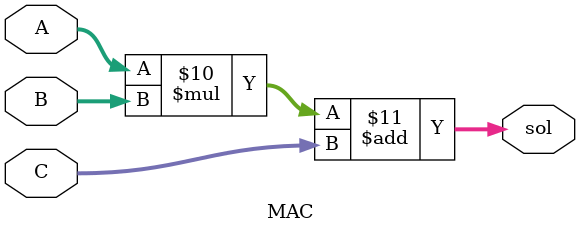
<source format=v>
module TMIP(
// input signals
    clk,
    rst_n,
    in_valid,
	in_valid_2,
    image,
	img_size,
    template, 
    action,
	
// output signals
    out_valid,
    out_x,
    out_y,
    out_img_pos,
    out_value
);

input        clk, rst_n, in_valid, in_valid_2;
input [15:0] image, template;
input [4:0]  img_size;
input [2:0]  action;

output reg        out_valid;
output reg [3:0]  out_x, out_y; 
output reg [7:0]  out_img_pos;
output reg signed[39:0] out_value;
// ===============================================================
// Parameters & Integer Declaration
// ===============================================================
parameter s_idle      		        = 'd0;
parameter s_in_1    		        = 'd1;
parameter s_in_2   	        	    = 'd2;
parameter s_in_3    		        = 'd3;
parameter s_reset                   = 'd4;
parameter s_hor_flip                = 'd5;
parameter s_ver_flip                = 'd6;
parameter s_left_flip_pre           = 'd7;
parameter s_left_flip               = 'd8;
parameter s_right_flip              = 'd9;

parameter s_zoom_in_set             = 'd10;
parameter s_zoom_in                 = 'd11;

parameter s_short_cut_bright_pre    = 'd12;
parameter s_short_cut_bright        = 'd13;

parameter s_max_reset               = 'd14;
parameter s_max_read_1              = 'd15;
parameter s_max_read_2              = 'd16;
parameter s_max_read_3              = 'd17;
parameter s_max_read_4              = 'd18;
parameter s_max_write               = 'd19;

parameter s_conv_reset              = 'd20;
parameter s_conv_read_1             = 'd21;
parameter s_conv_read_2             = 'd22;
parameter s_conv_read_3             = 'd23;
parameter s_conv_read_4             = 'd24;
parameter s_conv_read_5             = 'd25;
parameter s_conv_read_6             = 'd26;
parameter s_conv_read_7             = 'd27;
parameter s_conv_read_8             = 'd28;
parameter s_conv_read_9             = 'd29;
parameter s_conv_read_10            = 'd30;
parameter s_conv_write              = 'd31;

parameter s_out_pre                 = 'd32;
parameter s_out                     = 'd33;

parameter s_max_read_5              = 'd34;

parameter Write = 'd0;
parameter Read  = 'd1;

parameter min = 16'b1000_0000_0000_0000;
// ===============================================================
integer i;
// ===============================================================
// Wire & Reg Declaration
// ===============================================================
// state
reg [5:0] current_state, next_state;
reg [7:0] addr_1, addr_2;
reg [8:0] addr_3;

// mem
reg w_r_1, w_r_2;
reg signed [15:0] w_data_1, w_data_2;
wire signed [15:0] r_data_1, r_data_2;
reg signed [35:0] w_data_3;
wire signed [35:0] r_data_3;
reg w_r_3;

// cnt
reg [8:0] cnt;
reg [3:0] cnt_in_1;
reg [3:0] cnt_act;
reg [3:0] cnt_current_act;
reg [3:0] cnt_zoom;

// size
reg [4:0] size;

// template
reg signed [15:0] temp [0:8];

// action
reg [2:0] act [0:15];

// which_sram_read
reg which_sram_rd;

// area
wire [8:0] area = (size == 4) ? 16 : (size == 8) ? 64 : 256;

// max pooling
reg signed [15:0] max;
reg signed [15:0] tmp_max;

// conv
reg signed [4:0] center_x, center_y;
reg signed [4:0] legal_x, legal_y;
reg signed [35:0] conv_max_value;
reg [7:0] conv_max_position;

// flag
reg flag_hor_flip;
reg flag_ver_flip;
reg flag_left_flip;
reg flag_right_flip;
reg flag_short_cut_bright;
reg flag_zoom_in;
reg flag_next_zoom;
reg flag_max;
reg flag_next_max;
reg flag_conv;
reg flag_next_conv;
reg flag_bound;

// out_img_pos
reg flag_out_img_pos[8:0];

// ===============================================================
// debug
// ===============================================================
// wire [4:0] check_action = act[cnt_current_act];

// ===============================================================
// IP
// ===============================================================

reg signed  [15:0] mult_a;
reg signed  [15:0] mult_b;

wire signed  [35:0] total_conv_ans;
reg signed [35:0] conv_ans;

MAC M0(.A(mult_a), .B(mult_b), .C(conv_ans), .sol(total_conv_ans));
// ===============================================================
// DESIGN
// ===============================================================
sram_16 mem1(.A(addr_1),.D(w_data_1),.CLK(clk),.CEN(1'd0),.WEN(w_r_1),.OEN(1'd0),.Q(r_data_1));
sram_16 mem2(.A(addr_2),.D(w_data_2),.CLK(clk),.CEN(1'd0),.WEN(w_r_2),.OEN(1'd0),.Q(r_data_2));
sram_36 mem3(.A(addr_3[7:0]),.D(w_data_3),.CLK(clk),.CEN(1'd0),.WEN(w_r_3),.OEN(1'd0),.Q(r_data_3));
// ===============================================================
// Finite State Machine
// ===============================================================
// current_state
always @(posedge clk or negedge rst_n) begin
    if (!rst_n) current_state <= s_idle;
    else        current_state <= next_state;
end
// FSM
always@(*)begin
	case(current_state)
		s_idle: begin
            if(in_valid == 1)
                next_state = s_in_1;
            else
                next_state = current_state;
        end
        s_in_1: begin
            if(in_valid == 0)
                next_state = s_in_2;
            else
                next_state = current_state;
        end
        s_in_2: begin
            if(in_valid_2 == 1)
                next_state = s_in_3;
            else
                next_state = current_state;
        end
        s_in_3: begin
            if(in_valid_2 == 0) 
               next_state = s_reset;
            else
                next_state = current_state;
        end
        s_reset: begin
            case(act[0])
                0: next_state = s_conv_reset;
                1: next_state = s_max_reset;
                2: next_state = s_hor_flip;
                3: next_state = s_ver_flip;
                4: next_state = s_left_flip_pre;
                5: next_state = s_right_flip;
                6: next_state = s_zoom_in_set;
                7: next_state = s_short_cut_bright_pre;
                default: next_state = current_state;
            endcase
        end
        s_hor_flip: begin
            if(flag_hor_flip == 1) begin
                case(act[cnt_current_act])
                    0: next_state = s_conv_reset;
                    1: next_state = s_max_reset;
                    2: next_state = s_hor_flip;
                    3: next_state = s_ver_flip;
                    4: next_state = s_left_flip_pre;
                    5: next_state = s_right_flip;
                    6: next_state = s_zoom_in_set;
                    7: next_state = s_short_cut_bright_pre;
                    default: next_state = current_state;
                endcase
            end
            else
                next_state = current_state;
        end
        s_ver_flip: begin
            if(flag_ver_flip == 1) begin
                case(act[cnt_current_act])
                    0: next_state = s_conv_reset;
                    1: next_state = s_max_reset;
                    2: next_state = s_hor_flip;
                    3: next_state = s_ver_flip;
                    4: next_state = s_left_flip_pre;
                    5: next_state = s_right_flip;
                    6: next_state = s_zoom_in_set;
                    7: next_state = s_short_cut_bright_pre;
                    default: next_state = current_state;
                endcase
            end
            else
                next_state = current_state;
        end
        s_left_flip_pre: begin
            next_state = s_left_flip;
        end
        s_left_flip: begin
            if(flag_left_flip == 1) begin
                case(act[cnt_current_act])
                    0: next_state = s_conv_reset;
                    1: next_state = s_max_reset;
                    2: next_state = s_hor_flip;
                    3: next_state = s_ver_flip;
                    4: next_state = s_left_flip_pre;
                    5: next_state = s_right_flip;
                    6: next_state = s_zoom_in_set;
                    7: next_state = s_short_cut_bright_pre;
                    default: next_state = current_state;
                endcase
            end
            else
                next_state = current_state;
        end
        s_right_flip: begin
            if(flag_right_flip == 1) begin
                case(act[cnt_current_act])
                    0: next_state = s_conv_reset;
                    1: next_state = s_max_reset;
                    2: next_state = s_hor_flip;
                    3: next_state = s_ver_flip;
                    4: next_state = s_left_flip_pre;
                    5: next_state = s_right_flip;
                    6: next_state = s_zoom_in_set;
                    7: next_state = s_short_cut_bright_pre;
                    default: next_state = current_state;
                endcase
            end
            else
                next_state = current_state;
        end
        s_short_cut_bright_pre:begin
            next_state = s_short_cut_bright;
        end
        s_short_cut_bright: begin
            if(flag_short_cut_bright == 1) begin
                case(act[cnt_current_act])
                    0: next_state = s_conv_reset;
                    1: next_state = s_max_reset;
                    2: next_state = s_hor_flip;
                    3: next_state = s_ver_flip;
                    4: next_state = s_left_flip_pre;
                    5: next_state = s_right_flip;
                    6: next_state = s_zoom_in_set;
                    7: next_state = s_short_cut_bright_pre;
                    default: next_state = current_state;
                endcase
            end
            else
                next_state = current_state;
        end
        s_zoom_in_set: begin
            if(flag_zoom_in == 1) begin
                case(act[cnt_current_act])
                    0: next_state = s_conv_reset;
                    1: next_state = s_max_reset;
                    2: next_state = s_hor_flip;
                    3: next_state = s_ver_flip;
                    4: next_state = s_left_flip_pre;
                    5: next_state = s_right_flip;
                    6: next_state = s_zoom_in_set;
                    7: next_state = s_short_cut_bright_pre;
                    default: next_state = current_state;
                endcase
            end
            else
                next_state = s_zoom_in;
        end
        s_zoom_in: begin
            if(flag_next_zoom == 1)
                next_state = s_zoom_in_set;
            else
                next_state = current_state;
        end
        s_max_reset: begin
            if(flag_max == 1) begin
                case(act[cnt_current_act])
                    0: next_state = s_conv_reset;
                    1: next_state = s_max_reset;
                    2: next_state = s_hor_flip;
                    3: next_state = s_ver_flip;
                    4: next_state = s_left_flip_pre;
                    5: next_state = s_right_flip;
                    6: next_state = s_zoom_in_set;
                    7: next_state = s_short_cut_bright_pre;
                    default: next_state = current_state;
                endcase
            end
            else
                next_state = s_max_read_1;
        end
        s_max_read_1: begin
            next_state = s_max_read_2;
        end
        s_max_read_2: begin
            next_state = s_max_read_3;
        end
        s_max_read_3: begin
            next_state = s_max_read_4;
        end
        s_max_read_4: begin
            next_state = s_max_read_5;
        end
        s_max_read_5: begin
            next_state = s_max_write;
        end
        s_max_write: begin
            next_state = s_max_reset;
        end
        s_conv_reset: begin
            if(flag_conv == 1)
                next_state = s_out_pre;
            else
                next_state = s_conv_read_1;
        end
        s_conv_read_1: begin
            next_state = s_conv_read_2;
        end
        s_conv_read_2: begin
            next_state = s_conv_read_3;
        end
        s_conv_read_3: begin
            next_state = s_conv_read_4;
        end
        s_conv_read_4: begin
            next_state = s_conv_read_5;
        end
        s_conv_read_5: begin
            next_state = s_conv_read_6;
        end
        s_conv_read_6: begin
            next_state = s_conv_read_7;
        end
        s_conv_read_7: begin
            next_state = s_conv_read_8;
        end
        s_conv_read_8: begin
            next_state = s_conv_read_9;
        end
        s_conv_read_9: begin
            next_state = s_conv_read_10;
        end
        s_conv_read_10: begin
            next_state = s_conv_write;
        end
        s_conv_write: begin
            next_state = s_conv_reset;
        end
        s_out_pre: begin
            next_state = s_out;
        end
        s_out: begin
            if(cnt < area)
                next_state = current_state;
            else
                next_state = s_idle;
        end
        default: 
            next_state = current_state;
	endcase
end
// ===============================================================
// s_in_1
// ===============================================================
// size, temp
always @(posedge clk or negedge rst_n) begin
    if (!rst_n) begin
        for(i=0; i<9; i=i+1)
            temp[i] <= 0;
    end
    else begin
        case(next_state)
            s_idle: begin
                for(i=0; i<9; i=i+1)
                    temp[i] <= 0;
            end
            s_in_1: begin
                if(cnt_in_1 <= 8)
                    temp[cnt_in_1] <= template;
                else begin
                end
            end
            default: begin
            end
        endcase
    end
end

// cnt_in_1
always @(posedge clk or negedge rst_n) begin
    if (!rst_n) begin
        cnt_in_1 <= 0;
    end
    else begin
        case(next_state)
            s_idle: begin
               cnt_in_1 <= 0;
            end
            s_in_1: begin
                if(cnt_in_1 < 9)
                    cnt_in_1 <= cnt_in_1 + 1;
                else begin
                end
                    
            end
            default: begin
            end
        endcase
    end
end

// ===============================================================
// s_in_3
// ===============================================================
// act, cnt_act
always @(posedge clk or negedge rst_n) begin
    if (!rst_n) begin
        cnt_act <= 0;
        for(i=0; i<16; i=i+1)
            act[i] <= 0;
    end
    else begin
        case(next_state)
            s_idle: begin
                cnt_act <= 0;
                for(i=0; i<16; i=i+1)
                    act[i] <= 0;
            end
            s_in_3: begin
                act[cnt_act] <= action;
                if(in_valid_2 == 1)
                    cnt_act <= cnt_act + 1;
                else
                    cnt_act <= 0;
            end
            default: begin
            end
        endcase
    end
end

// ===============================================================
// Seq
// ===============================================================
always @(posedge clk or negedge rst_n) begin
    if (!rst_n) begin
        // max pooling
        max <= 0;

        // cnt
        cnt <= 0;
        cnt_current_act <= 0;
        cnt_zoom <= 0;
        
        // addr
        addr_1 <= 0;
        addr_2 <= 0;
        addr_3 <= 0;
        
        // conv_max
        conv_max_value <= 0;
        conv_max_position <= 0;

        // which_sram_read
        which_sram_rd <= 0;

        // flag
        flag_hor_flip <= 0;
        flag_ver_flip <= 0;
        flag_left_flip <= 0;
        flag_right_flip <= 0;
        flag_short_cut_bright <= 0;
        flag_zoom_in <= 0;
        flag_conv <= 0;
        flag_max <= 0;
        flag_next_conv <= 0;
        flag_next_zoom <= 0;
        flag_next_max <= 0;
    end
    else begin
        case(next_state)
            s_idle: begin
                // max pooling
                max <= 0;

                // cnt
                cnt <= 0;
                cnt_current_act <= 0;
                cnt_zoom <= 0;
                
                // addr
                addr_1 <= 0;
                addr_2 <= 0;
                addr_3 <= 0;
               
               // conv_max
               conv_max_value <= 0;
               conv_max_position <= 0;

                // which_sram_read
                which_sram_rd <= 0;

                // flag
                flag_hor_flip <= 0;
                flag_ver_flip <= 0;
                flag_left_flip <= 0;
                flag_right_flip <= 0;
                flag_short_cut_bright <= 0;
                flag_zoom_in <= 0;
                flag_conv <= 0;
                flag_max <= 0;
                flag_next_conv <= 0;
                flag_next_zoom <= 0;
                flag_next_max <= 0;
            end
            s_in_1: begin
                // mem 1
                addr_1 <= addr_1 + 1;

                // size
                if(cnt_in_1 == 0)begin
                    size <= img_size;
                end
                else begin
                end
            end
            s_in_2: begin   // read
                addr_1 <= 0;
                addr_2 <= 0;
            end
            s_in_3: begin   // read
                //w_r_1 <= Read;
                //w_r_2 <= Read;
            end
            s_hor_flip: begin
                // flag
                flag_ver_flip <= 0;
                //flag_hor_flip <= 0;
                flag_left_flip <= 0;
                flag_right_flip <= 0;
                flag_short_cut_bright <= 0;
                flag_zoom_in <= 0;
                flag_max <= 0;
                flag_conv <= 0;

                case(size)
                    4:  begin
                        if(which_sram_rd == 0) begin
                            if(cnt < 17) begin
                                // cnt
                                cnt <= cnt + 1;
                                // flag
                                flag_hor_flip <= 0;
                                // addr_1
                                if(addr_1 < 15)
                                    addr_1 <= addr_1 + 1;
                                else begin
                                    
                                end
                                // addr_2
                                case(addr_1 % 4)
                                    0:  addr_2 <= addr_1 + 3;
                                    1:  addr_2 <= addr_1 + 1;
                                    2:  addr_2 <= addr_1 - 1;
                                    3:  addr_2 <= addr_1 - 3;
                                    default: begin
                                    end
                                endcase
                            end
                            else begin
                                // flag
                                flag_hor_flip <= 1;
                                // which_sram_rd
                                // which_sram_rd <= 1;
                                // cnt
                                cnt <= 0;
                                // addr
                                addr_1 <= 0;
                                addr_2 <= 0;
                                // cnt_current_act
                                // cnt_current_act <= cnt_current_act + 1;
                                if(act[cnt_current_act+1] == 2) begin
                                    cnt_current_act <= cnt_current_act + 2;
                                end
                                else begin
                                    which_sram_rd <= 1;
                                    cnt_current_act <= cnt_current_act + 1;
                                end

                            end
                        end
                        else begin // which_sram_rd == 1
                            if(cnt < 17) begin
                                // cnt
                                cnt <= cnt + 1;
                                // flag
                                flag_hor_flip <= 0;
                                // addr_1
                                if(addr_2 < 15)
                                    addr_2 <= addr_2 + 1;
                                else begin
                                    
                                end
                                // addr_2
                                case(addr_2 % 4)
                                    0:  addr_1 <= addr_2 + 3;
                                    1:  addr_1 <= addr_2 + 1;
                                    2:  addr_1 <= addr_2 - 1;
                                    3:  addr_1 <= addr_2 - 3;
                                    default: begin
                                    end
                                endcase
                            end
                            else begin
                                // flag
                                flag_hor_flip <= 1;
                                // which_sram_rd
                                // which_sram_rd <= 0;
                                // cnt
                                cnt <= 0;
                                // addr
                                addr_1 <= 0;
                                addr_2 <= 0;
                                // cnt_current_act
                                // cnt_current_act <= cnt_current_act + 1;
                                if(act[cnt_current_act+1] == 2) begin
                                    cnt_current_act <= cnt_current_act + 2;
                                end
                                else begin
                                    which_sram_rd <= 0;
                                    cnt_current_act <= cnt_current_act + 1;
                                end
                            end
                        end
                    end
                    8:  begin
                        if(which_sram_rd == 0) begin
                            if(cnt < 65) begin
                                // cnt
                                cnt <= cnt + 1;
                                // flag
                                flag_hor_flip <= 0;
                                // addr_1
                                if(addr_1 < 63)
                                    addr_1 <= addr_1 + 1;
                                else begin
                                    
                                end
                                // addr_2
                                case(addr_1 % 8)
                                    0:  addr_2 <= addr_1 + 7;
                                    1:  addr_2 <= addr_1 + 5;
                                    2:  addr_2 <= addr_1 + 3;
                                    3:  addr_2 <= addr_1 + 1;
                                    4:  addr_2 <= addr_1 - 1;
                                    5:  addr_2 <= addr_1 - 3;
                                    6:  addr_2 <= addr_1 - 5;
                                    7:  addr_2 <= addr_1 - 7;
                                    default: begin
                                    end
                                endcase
                            end
                            else begin
                                // flag
                                flag_hor_flip <= 1;
                                // which_sram_rd
                                // which_sram_rd <= 1;
                                // cnt
                                cnt <= 0;
                                // addr
                                addr_1 <= 0;
                                addr_2 <= 0;
                                // cnt_current_act
                                // cnt_current_act <= cnt_current_act + 1;
                                if(act[cnt_current_act+1] == 2) begin
                                    cnt_current_act <= cnt_current_act + 2;
                                end
                                else begin
                                    which_sram_rd <= 1;
                                    cnt_current_act <= cnt_current_act + 1;
                                end
                            end
                        end
                        else begin // which_sram_rd == 1
                            if(cnt < 65) begin
                                // cnt
                                cnt <= cnt + 1;
                                // flag
                                flag_hor_flip <= 0;
                                // addr_1
                                if(addr_2 < 63)
                                    addr_2 <= addr_2 + 1;
                                else begin
                                    
                                end
                                // addr_2
                                case(addr_2 % 8)
                                    0:  addr_1 <= addr_2 + 7;
                                    1:  addr_1 <= addr_2 + 5;
                                    2:  addr_1 <= addr_2 + 3;
                                    3:  addr_1 <= addr_2 + 1;
                                    4:  addr_1 <= addr_2 - 1;
                                    5:  addr_1 <= addr_2 - 3;
                                    6:  addr_1 <= addr_2 - 5;
                                    7:  addr_1 <= addr_2 - 7;
                                    default: begin
                                    end
                                endcase
                            end
                            else begin
                                // flag
                                flag_hor_flip <= 1;
                                // which_sram_rd
                                // which_sram_rd <= 0;
                                // cnt
                                cnt <= 0;
                                // addr
                                addr_1 <= 0;
                                addr_2 <= 0;
                                // cnt_current_act
                                // cnt_current_act <= cnt_current_act + 1;
                                if(act[cnt_current_act+1] == 2) begin
                                    cnt_current_act <= cnt_current_act + 2;
                                end
                                else begin
                                    which_sram_rd <= 0;
                                    cnt_current_act <= cnt_current_act + 1;
                                end
                            end
                        end
                    end
                    16: begin
                        if(which_sram_rd == 0) begin
                            if(cnt < 257) begin
                                // cnt
                                cnt <= cnt + 1;
                                // flag
                                flag_hor_flip <= 0;
                                // addr_1
                                if(addr_1 < 255)
                                    addr_1 <= addr_1 + 1;
                                else begin
                                    
                                end
                                // addr_2
                                case(addr_1 % 16)
                                    0:   addr_2 <= addr_1 + 15;
                                    1:   addr_2 <= addr_1 + 13;
                                    2:   addr_2 <= addr_1 + 11;
                                    3:   addr_2 <= addr_1 + 9;
                                    4:   addr_2 <= addr_1 + 7;
                                    5:   addr_2 <= addr_1 + 5;
                                    6:   addr_2 <= addr_1 + 3;
                                    7:   addr_2 <= addr_1 + 1;
                                    8:   addr_2 <= addr_1 - 1;
                                    9:   addr_2 <= addr_1 - 3;
                                    10:  addr_2 <= addr_1 - 5;
                                    11:  addr_2 <= addr_1 - 7;
                                    12:  addr_2 <= addr_1 - 9;  
                                    13:  addr_2 <= addr_1 - 11;
                                    14:  addr_2 <= addr_1 - 13;
                                    15:  addr_2 <= addr_1 - 15;
                                    default: begin
                                    end
                                endcase
                            end
                            else begin
                                // flag
                                flag_hor_flip <= 1;
                                // which_sram_rd
                                // which_sram_rd <= 1;
                                // cnt
                                cnt <= 0;
                                // addr
                                addr_1 <= 0;
                                addr_2 <= 0;
                                // cnt_current_act
                                // cnt_current_act <= cnt_current_act + 1;
                                if(act[cnt_current_act+1] == 2) begin
                                    cnt_current_act <= cnt_current_act + 2;
                                end
                                else begin
                                    which_sram_rd <= 1;
                                    cnt_current_act <= cnt_current_act + 1;
                                end
                            end
                        end
                        else begin // which_sram_rd == 1
                            if(cnt < 257) begin
                                // cnt
                                cnt <= cnt + 1;
                                // flag
                                flag_hor_flip <= 0;
                                // addr_1
                                if(addr_2 < 255)
                                    addr_2 <= addr_2 + 1;
                                else begin
                                    
                                end
                                // addr_2
                                case(addr_2 % 16)
                                    0:   addr_1 <= addr_2 + 15;
                                    1:   addr_1 <= addr_2 + 13;
                                    2:   addr_1 <= addr_2 + 11;
                                    3:   addr_1 <= addr_2 + 9;
                                    4:   addr_1 <= addr_2 + 7;
                                    5:   addr_1 <= addr_2 + 5;
                                    6:   addr_1 <= addr_2 + 3;
                                    7:   addr_1 <= addr_2 + 1;
                                    8:   addr_1 <= addr_2 - 1;
                                    9:   addr_1 <= addr_2 - 3;
                                    10:  addr_1 <= addr_2 - 5;
                                    11:  addr_1 <= addr_2 - 7;
                                    12:  addr_1 <= addr_2 - 9;  
                                    13:  addr_1 <= addr_2 - 11;
                                    14:  addr_1 <= addr_2 - 13;
                                    15:  addr_1 <= addr_2 - 15;
                                    default: begin
                                    end
                                endcase
                            end
                            else begin
                                // flag
                                flag_hor_flip <= 1;
                                // which_sram_rd
                                // which_sram_rd <= 0;
                                // cnt
                                cnt <= 0;
                                // addr
                                addr_1 <= 0;
                                addr_2 <= 0;
                                // cnt_current_act
                                // cnt_current_act <= cnt_current_act + 1;
                                if(act[cnt_current_act+1] == 2) begin
                                    cnt_current_act <= cnt_current_act + 2;
                                end
                                else begin
                                    which_sram_rd <= 0;
                                    cnt_current_act <= cnt_current_act + 1;
                                end
                            end
                        end
                    end
                    default: begin
                    end
                endcase
            end
            s_ver_flip: begin
                // flag
                //flag_ver_flip <= 0;
                flag_hor_flip <= 0;
                flag_left_flip <= 0;
                flag_right_flip <= 0;
                flag_short_cut_bright <= 0;
                flag_zoom_in <= 0;
                flag_max <= 0;
                flag_conv <= 0;

                case(size)
                    4:  begin
                        if(which_sram_rd == 0) begin
                            if(cnt < 17) begin
                                // cnt
                                cnt <= cnt + 1;
                                // flag
                                flag_ver_flip <= 0;
                                // addr_1
                                if(addr_1 < 16)
                                    addr_1 <= addr_1 + 1;
                                else begin
                                    
                                end
                                // addr_2
                                case(addr_1 >> 2)
                                    0:  addr_2 <= addr_1 + 12;
                                    1:  addr_2 <= addr_1 + 4;
                                    2:  addr_2 <= addr_1 - 4;
                                    3:  addr_2 <= addr_1 - 12;
                                    default: begin
                                    end
                                endcase
                            end
                            else begin
                                // flag
                                flag_ver_flip <= 1;
                                // which_sram_rd
                                // which_sram_rd <= 1;
                                // cnt
                                cnt <= 0;
                                // addr
                                addr_1 <= 0;
                                addr_2 <= 0;
                                // cnt_current_act
                                // cnt_current_act <= cnt_current_act + 1;
                                if(act[cnt_current_act+1] == 3) begin
                                    cnt_current_act <= cnt_current_act + 2;
                                end
                                else begin
                                    which_sram_rd <= 1;
                                    cnt_current_act <= cnt_current_act + 1;
                                end
                            end
                        end
                        else begin // which_sram_rd == 1
                            if(cnt < 17) begin
                                // cnt
                                cnt <= cnt + 1;
                                // flag
                                flag_ver_flip <= 0;
                                // addr_1
                                if(addr_2 < 16)
                                    addr_2 <= addr_2 + 1;
                                else begin
                                    
                                end
                                // addr_2
                                case(addr_2 >> 2)
                                    0:  addr_1 <= addr_2 + 12;
                                    1:  addr_1 <= addr_2 + 4;
                                    2:  addr_1 <= addr_2 - 4;
                                    3:  addr_1 <= addr_2 - 12;
                                    default: begin
                                    end
                                endcase
                            end
                            else begin
                                // flag
                                flag_ver_flip <= 1;
                                // which_sram_rd
                                // which_sram_rd <= 0;
                                // cnt
                                cnt <= 0;
                                // addr
                                addr_1 <= 0;
                                addr_2 <= 0;
                                // cnt_current_act
                                // cnt_current_act <= cnt_current_act + 1;
                                if(act[cnt_current_act+1] == 3) begin
                                    cnt_current_act <= cnt_current_act + 2;
                                end
                                else begin
                                    which_sram_rd <= 0;
                                    cnt_current_act <= cnt_current_act + 1;
                                end
                            end
                        end
                    end
                    8:  begin
                        if(which_sram_rd == 0) begin
                            if(cnt < 65) begin
                                // cnt
                                cnt <= cnt + 1;
                                // flag
                                flag_ver_flip <= 0;
                                // addr_1
                                if(addr_1 < 64)
                                    addr_1 <= addr_1 + 1;
                                else begin
                                    
                                end
                                // addr_2
                                case(addr_1 >> 3)
                                    0:  addr_2 <= addr_1 + 56;
                                    1:  addr_2 <= addr_1 + 40;
                                    2:  addr_2 <= addr_1 + 24;
                                    3:  addr_2 <= addr_1 + 8;
                                    4:  addr_2 <= addr_1 - 8;
                                    5:  addr_2 <= addr_1 - 24;
                                    6:  addr_2 <= addr_1 - 40;
                                    7:  addr_2 <= addr_1 - 56;
                                    default: begin
                                    end
                                endcase
                            end
                            else begin
                                // flag
                                flag_ver_flip <= 1;
                                // which_sram_rd
                                // which_sram_rd <= 1;
                                // cnt
                                cnt <= 0;
                                // addr
                                addr_1 <= 0;
                                addr_2 <= 0;
                                // cnt_current_act
                                // cnt_current_act <= cnt_current_act + 1;
                                if(act[cnt_current_act+1] == 3) begin
                                    cnt_current_act <= cnt_current_act + 2;
                                end
                                else begin
                                    which_sram_rd <= 1;
                                    cnt_current_act <= cnt_current_act + 1;
                                end
                            end
                        end
                        else begin // which_sram_rd == 1
                            if(cnt < 65) begin
                                // cnt
                                cnt <= cnt + 1;
                                // flag
                                flag_ver_flip <= 0;
                                // addr_1
                                if(addr_2 < 64)
                                    addr_2 <= addr_2 + 1;
                                else begin
                                    
                                end
                                // addr_2
                                case(addr_2 >> 3)
                                    0:  addr_1 <= addr_2 + 56;
                                    1:  addr_1 <= addr_2 + 40;
                                    2:  addr_1 <= addr_2 + 24;
                                    3:  addr_1 <= addr_2 + 8;
                                    4:  addr_1 <= addr_2 - 8;
                                    5:  addr_1 <= addr_2 - 24;
                                    6:  addr_1 <= addr_2 - 40;
                                    7:  addr_1 <= addr_2 - 56;
                                    default: begin
                                    end
                                endcase
                            end
                            else begin
                                // flag
                                flag_ver_flip <= 1;
                                // which_sram_rd
                                // which_sram_rd <= 0;
                                // cnt
                                cnt <= 0;
                                // addr
                                addr_1 <= 0;
                                addr_2 <= 0;
                                // cnt_current_act
                                // cnt_current_act <= cnt_current_act + 1;
                                if(act[cnt_current_act+1] == 3) begin
                                    cnt_current_act <= cnt_current_act + 2;
                                end
                                else begin
                                    which_sram_rd <= 0;
                                    cnt_current_act <= cnt_current_act + 1;
                                end
                            end
                        end
                    end
                    16: begin
                        if(which_sram_rd == 0) begin
                            if(cnt < 257) begin
                                // cnt
                                cnt <= cnt + 1;
                                // flag
                                flag_ver_flip <= 0;
                                // addr_1
                                if(addr_1 < 256)
                                    addr_1 <= addr_1 + 1;
                                else begin
                                    
                                end
                                // addr_2
                                case(addr_1 >> 4)
                                    0:   addr_2 <= addr_1 + 240;
                                    1:   addr_2 <= addr_1 + 208;
                                    2:   addr_2 <= addr_1 + 176;
                                    3:   addr_2 <= addr_1 + 144;
                                    4:   addr_2 <= addr_1 + 112;
                                    5:   addr_2 <= addr_1 + 80;
                                    6:   addr_2 <= addr_1 + 48;
                                    7:   addr_2 <= addr_1 + 16;
                                    8:   addr_2 <= addr_1 - 16;
                                    9:   addr_2 <= addr_1 - 48;
                                    10:  addr_2 <= addr_1 - 80;
                                    11:  addr_2 <= addr_1 - 112;
                                    12:  addr_2 <= addr_1 - 144;  
                                    13:  addr_2 <= addr_1 - 176;
                                    14:  addr_2 <= addr_1 - 208;
                                    15:  addr_2 <= addr_1 - 240;
                                    default: begin
                                    end
                                endcase
                            end
                            else begin
                                // flag
                                flag_ver_flip <= 1;
                                // which_sram_rd
                                // which_sram_rd <= 1;
                                // cnt
                                cnt <= 0;
                                // addr
                                addr_1 <= 0;
                                addr_2 <= 0;
                                // cnt_current_act
                                // cnt_current_act <= cnt_current_act + 1;
                                if(act[cnt_current_act+1] == 3) begin
                                    cnt_current_act <= cnt_current_act + 2;
                                end
                                else begin
                                    which_sram_rd <= 1;
                                    cnt_current_act <= cnt_current_act + 1;
                                end
                            end
                        end
                        else begin // which_sram_rd == 1
                            if(cnt < 257) begin
                                // cnt
                                cnt <= cnt + 1;
                                // flag
                                flag_ver_flip <= 0;
                                // addr_1
                                if(addr_2 < 256)
                                    addr_2 <= addr_2 + 1;
                                else begin
                                    
                                end
                                // addr_2
                                case(addr_2 >> 4)
                                    0:   addr_1 <= addr_2 + 240;
                                    1:   addr_1 <= addr_2 + 208;
                                    2:   addr_1 <= addr_2 + 176;
                                    3:   addr_1 <= addr_2 + 144;
                                    4:   addr_1 <= addr_2 + 112;
                                    5:   addr_1 <= addr_2 + 80;
                                    6:   addr_1 <= addr_2 + 48;
                                    7:   addr_1 <= addr_2 + 16;
                                    8:   addr_1 <= addr_2 - 16;
                                    9:   addr_1 <= addr_2 - 48;
                                    10:  addr_1 <= addr_2 - 80;
                                    11:  addr_1 <= addr_2 - 112;
                                    12:  addr_1 <= addr_2 - 144;  
                                    13:  addr_1 <= addr_2 - 176;
                                    14:  addr_1 <= addr_2 - 208;
                                    15:  addr_1 <= addr_2 - 240;
                                    default: begin
                                    end
                                endcase
                            end
                            else begin
                                // flag
                                flag_ver_flip <= 1;
                                // which_sram_rd
                                // which_sram_rd <= 0;
                                // cnt
                                cnt <= 0;
                                // addr
                                addr_1 <= 0;
                                addr_2 <= 0;
                                // cnt_current_act
                                // cnt_current_act <= cnt_current_act + 1;
                                if(act[cnt_current_act+1] == 3) begin
                                    cnt_current_act <= cnt_current_act + 2;
                                end
                                else begin
                                    which_sram_rd <= 0;
                                    cnt_current_act <= cnt_current_act + 1;
                                end
                            end
                        end
                    end
                    default: begin
                    end
                endcase
            end
            s_left_flip_pre: begin
                // flag
                flag_hor_flip <= 0;
                flag_ver_flip <= 0;
                flag_left_flip <= 0;
                flag_right_flip <= 0;
                flag_short_cut_bright <= 0;
                flag_zoom_in <= 0;
                flag_max <= 0;
                flag_conv <= 0;

                if(which_sram_rd == 0) begin
                    case(size)
                        4: begin
                            addr_1 <= 15;
                            addr_2 <= 0;
                        end
                        8: begin
                            addr_1 <= 63;
                            addr_2 <= 0;
                        end
                        16: begin
                            addr_1 <= 255;
                            addr_2 <= 0;
                        end
                        default: begin
                        end
                    endcase
                end
                else begin
                     case(size)
                        4: begin
                            addr_1 <= 0;
                            addr_2 <= 15;
                        end
                        8: begin
                            addr_1 <= 0;
                            addr_2 <= 63;
                        end
                        16: begin
                            addr_1 <= 0;
                            addr_2 <= 255;
                        end
                        default: begin
                        end
                    endcase
                end
            end
            s_left_flip: begin
                case(size)
                    4:  begin
                        if(which_sram_rd == 0) begin
                            if(cnt < 17) begin
                                // cnt
                                cnt <= cnt + 1;
                                // flag
                                flag_left_flip <= 0;
                            
                                // calculate
                                if(cnt >= 1) addr_2 <= addr_2 + 1;
                                else addr_2 <= 0;

                                case(addr_1)
                                    0:       addr_1 <= 0;
                                    1:       addr_1 <= 12;                         
                                    2:       addr_1 <= 13;                               
                                    3:       addr_1 <= 14;
                                    default: addr_1 <= addr_1 - 4;
                                endcase
                            end
                            else begin
                                // flag
                                flag_left_flip <= 1;
                                // which_sram_rd
                                // which_sram_rd <= 1;
                                // cnt
                                cnt <= 0;
                                // addr
                                addr_1 <= 0;
                                addr_2 <= 0;
                                // cnt_current_act
                                // cnt_current_act <= cnt_current_act + 1;
                                if(act[cnt_current_act+1] == 4) begin
                                    cnt_current_act <= cnt_current_act + 2;
                                end
                                else begin
                                    which_sram_rd <= 1;
                                    cnt_current_act <= cnt_current_act + 1;
                                end
                            end
                        end
                        else begin // which_sram_rd == 1
                            if(cnt < 17) begin
                                // cnt
                                cnt <= cnt + 1;
                                // flag
                                flag_left_flip <= 0;

                                // calculate
                                if(cnt >= 1) addr_1 <= addr_1 + 1;
                                else addr_1 <= 0;

                                case(addr_2)
                                    0:       addr_2 <= 0;
                                    1:       addr_2 <= 12;                         
                                    2:       addr_2 <= 13;                               
                                    3:       addr_2 <= 14;
                                    default: addr_2 <= addr_2 - 4;
                                endcase
                            end
                            else begin
                                // flag
                                flag_left_flip <= 1;
                                // which_sram_rd
                                // which_sram_rd <= 0;
                                // cnt
                                cnt <= 0;
                                // addr
                                addr_1 <= 0;
                                addr_2 <= 0;
                                // cnt_current_act
                                // cnt_current_act <= cnt_current_act + 1;
                                if(act[cnt_current_act+1] == 4) begin
                                    cnt_current_act <= cnt_current_act + 2;
                                end
                                else begin
                                    which_sram_rd <= 0;
                                    cnt_current_act <= cnt_current_act + 1;
                                end
                            end
                        end
                    end
                    8:  begin
                        if(which_sram_rd == 0) begin
                            if(cnt < 65) begin
                                // cnt
                                cnt <= cnt + 1;
                                // flag
                                flag_left_flip <= 0;
                            
                                // calculate
                                if(cnt >= 1) addr_2 <= addr_2 + 1;
                                else addr_2 <= 0;

                                case(addr_1)
                                    0:       addr_1 <= 0;
                                    1:       addr_1 <= 56;                         
                                    2:       addr_1 <= 57;                               
                                    3:       addr_1 <= 58;
                                    4:       addr_1 <= 59;
                                    5:       addr_1 <= 60;
                                    6:       addr_1 <= 61;
                                    7:       addr_1 <= 62;
                                    default: addr_1 <= addr_1 - 8;
                                endcase
                            end
                            else begin
                                // flag
                                flag_left_flip <= 1;
                                // which_sram_rd
                                // which_sram_rd <= 1;
                                // cnt
                                cnt <= 0;
                                // addr
                                addr_1 <= 0;
                                addr_2 <= 0;
                                // cnt_current_act
                                // cnt_current_act <= cnt_current_act + 1;
                                if(act[cnt_current_act+1] == 4) begin
                                    cnt_current_act <= cnt_current_act + 2;
                                end
                                else begin
                                    which_sram_rd <= 1;
                                    cnt_current_act <= cnt_current_act + 1;
                                end
                            end
                        end
                        else begin // which_sram_rd == 1
                            if(cnt < 65) begin
                                // cnt
                                cnt <= cnt + 1;
                                // flag
                                flag_left_flip <= 0;

                                // calculate
                                if(cnt >= 1) addr_1 <= addr_1 + 1;
                                else addr_1 <= 0;

                                case(addr_2)
                                    0:       addr_2 <= 0;
                                    1:       addr_2 <= 56;                         
                                    2:       addr_2 <= 57;                               
                                    3:       addr_2 <= 58;
                                    4:       addr_2 <= 59;
                                    5:       addr_2 <= 60;
                                    6:       addr_2 <= 61;
                                    7:       addr_2 <= 62;
                                    default: addr_2 <= addr_2 - 8;
                                endcase
                            end
                            else begin
                                // flag
                                flag_left_flip <= 1;
                                // which_sram_rd
                                // which_sram_rd <= 0;
                                // cnt
                                cnt <= 0;
                                // addr
                                addr_1 <= 0;
                                addr_2 <= 0;
                                // cnt_current_act
                                // cnt_current_act <= cnt_current_act + 1;
                                if(act[cnt_current_act+1] == 4) begin
                                    cnt_current_act <= cnt_current_act + 2;
                                end
                                else begin
                                    which_sram_rd <= 0;
                                    cnt_current_act <= cnt_current_act + 1;
                                end
                            end
                        end
                    end
                    16: begin
                        if(which_sram_rd == 0) begin
                            if(cnt < 257) begin
                                // cnt
                                cnt <= cnt + 1;
                                // flag
                                flag_left_flip <= 0;
                            
                                // calculate
                                if(cnt >= 1) addr_2 <= addr_2 + 1;
                                else addr_2 <= 0;

                                case(addr_1)
                                    0:       addr_1 <= 0;
                                    1:       addr_1 <= 240;
                                    2:       addr_1 <= 241;
                                    3:       addr_1 <= 242;
                                    4:       addr_1 <= 243;
                                    5:       addr_1 <= 244;
                                    6:       addr_1 <= 245;
                                    7:       addr_1 <= 246;
                                    8:       addr_1 <= 247;
                                    9:       addr_1 <= 248;
                                    10:      addr_1 <= 249;
                                    11:      addr_1 <= 250;
                                    12:      addr_1 <= 251;
                                    13:      addr_1 <= 252;
                                    14:      addr_1 <= 253;
                                    15:      addr_1 <= 254;
                                    default: addr_1 <= addr_1 - 16;
                                endcase
                            end
                            else begin
                                // flag
                                flag_left_flip <= 1;
                                // which_sram_rd
                                // which_sram_rd <= 1;
                                // cnt
                                cnt <= 0;
                                // addr
                                addr_1 <= 0;
                                addr_2 <= 0;
                                // cnt_current_act
                                // cnt_current_act <= cnt_current_act + 1;
                                if(act[cnt_current_act+1] == 4) begin
                                    cnt_current_act <= cnt_current_act + 2;
                                end
                                else begin
                                    which_sram_rd <= 1;
                                    cnt_current_act <= cnt_current_act + 1;
                                end
                            end
                        end
                        else begin // which_sram_rd == 1
                            if(cnt < 257) begin
                                // cnt
                                cnt <= cnt + 1;
                                // flag
                                flag_left_flip <= 0;

                                // calculate
                                if(cnt >= 1) addr_1 <= addr_1 + 1;
                                else addr_1 <= 0;

                                case(addr_2)
                                    0:       addr_2 <= 0;
                                    1:       addr_2 <= 240;
                                    2:       addr_2 <= 241;
                                    3:       addr_2 <= 242;
                                    4:       addr_2 <= 243;
                                    5:       addr_2 <= 244;
                                    6:       addr_2 <= 245;
                                    7:       addr_2 <= 246;
                                    8:       addr_2 <= 247;
                                    9:       addr_2 <= 248;
                                    10:      addr_2 <= 249;
                                    11:      addr_2 <= 250;
                                    12:      addr_2 <= 251;
                                    13:      addr_2 <= 252;
                                    14:      addr_2 <= 253;
                                    15:      addr_2 <= 254;
                                    default: addr_2 <= addr_2 - 16;
                                endcase
                            end
                            else begin
                                // flag
                                flag_left_flip <= 1;
                                // which_sram_rd
                                // which_sram_rd <= 0;
                                // cnt
                                cnt <= 0;
                                // addr
                                addr_1 <= 0;
                                addr_2 <= 0;
                                // cnt_current_act
                                // cnt_current_act <= cnt_current_act + 1;
                                if(act[cnt_current_act+1] == 4) begin
                                    cnt_current_act <= cnt_current_act + 2;
                                end
                                else begin
                                    which_sram_rd <= 0;
                                    cnt_current_act <= cnt_current_act + 1;
                                end
                            end
                        end
                    end
                    default: begin
                    end
                endcase
            end
            s_right_flip: begin
                // flag
                flag_hor_flip <= 0;
                flag_ver_flip <= 0;
                flag_left_flip <= 0;
                flag_short_cut_bright <= 0;
                //flag_right_flip <= 0;
                flag_zoom_in <= 0;
                flag_max <= 0;
                flag_conv <= 0;

                case(size)
                    4:  begin
                        if(which_sram_rd == 0) begin
                            if(cnt < 17) begin
                                // cnt
                                cnt <= cnt + 1;
                                // flag
                                flag_right_flip <= 0;
                            
                                // calculate
                                if(cnt >= 1) addr_2 <= addr_2 + 1;
                                else addr_2 <= 0;

                                case(addr_1)
                                    12:      addr_1 <= 1;                         
                                    13:      addr_1 <= 2;                               
                                    14:      addr_1 <= 3;
                                    15:      addr_1 <= 0;
                                    default: addr_1 <= addr_1 + 4;
                                endcase
                            end
                            else begin
                                // flag
                                flag_right_flip <= 1;
                                // which_sram_rd
                                // which_sram_rd <= 1;
                                // cnt
                                cnt <= 0;
                                // addr
                                addr_1 <= 0;
                                addr_2 <= 0;
                                // cnt_current_act
                                // cnt_current_act <= cnt_current_act + 1;
                                if(act[cnt_current_act+1] == 5) begin
                                    cnt_current_act <= cnt_current_act + 2;
                                end
                                else begin
                                    which_sram_rd <= 1;
                                    cnt_current_act <= cnt_current_act + 1;
                                end
                            end
                        end
                        else begin // which_sram_rd == 1
                            if(cnt < 17) begin
                                // cnt
                                cnt <= cnt + 1;
                                // flag
                                flag_right_flip <= 0;

                                // calculate
                                if(cnt >= 1) addr_1 <= addr_1 + 1;
                                else addr_1 <= 0;

                                case(addr_2)
                                    12:      addr_2 <= 1;                         
                                    13:      addr_2 <= 2;                               
                                    14:      addr_2 <= 3;
                                    15:      addr_2 <= 0;
                                    default: addr_2 <= addr_2 + 4;
                                endcase
                            end
                            else begin
                                // flag
                                flag_right_flip <= 1;
                                // which_sram_rd
                                // which_sram_rd <= 0;
                                // cnt
                                cnt <= 0;
                                // addr
                                addr_1 <= 0;
                                addr_2 <= 0;
                                // cnt_current_act
                                // cnt_current_act <= cnt_current_act + 1;
                                if(act[cnt_current_act+1] == 5) begin
                                    cnt_current_act <= cnt_current_act + 2;
                                end
                                else begin
                                    which_sram_rd <= 0;
                                    cnt_current_act <= cnt_current_act + 1;
                                end
                            end
                        end
                    end
                    8:  begin
                        if(which_sram_rd == 0) begin
                            if(cnt < 65) begin
                                // cnt
                                cnt <= cnt + 1;
                                // flag
                                flag_right_flip <= 0;
                            
                                // calculate
                                if(cnt >= 1) addr_2 <= addr_2 + 1;
                                else addr_2 <= 0;

                                case(addr_1)
                                    56:      addr_1 <= 1;                         
                                    57:      addr_1 <= 2;                               
                                    58:      addr_1 <= 3;
                                    59:      addr_1 <= 4;
                                    60:      addr_1 <= 5;
                                    61:      addr_1 <= 6;
                                    62:      addr_1 <= 7;
                                    63:      addr_1 <= 0;
                                    default: addr_1 <= addr_1 + 8;
                                endcase
                            end
                            else begin
                                // flag
                                flag_right_flip <= 1;
                                // which_sram_rd
                                // which_sram_rd <= 1;
                                // cnt
                                cnt <= 0;
                                // addr
                                addr_1 <= 0;
                                addr_2 <= 0;
                                // cnt_current_act
                                // cnt_current_act <= cnt_current_act + 1;
                                if(act[cnt_current_act+1] == 5) begin
                                    cnt_current_act <= cnt_current_act + 2;
                                end
                                else begin
                                    which_sram_rd <= 1;
                                    cnt_current_act <= cnt_current_act + 1;
                                end
                            end
                        end
                        else begin // which_sram_rd == 1
                            if(cnt < 65) begin
                                // cnt
                                cnt <= cnt + 1;
                                // flag
                                flag_right_flip <= 0;

                                // calculate
                                if(cnt >= 1) addr_1 <= addr_1 + 1;
                                else addr_1 <= 0;

                                case(addr_2)
                                    56:      addr_2 <= 1;                         
                                    57:      addr_2 <= 2;                               
                                    58:      addr_2 <= 3;
                                    59:      addr_2 <= 4;
                                    60:      addr_2 <= 5;
                                    61:      addr_2 <= 6;
                                    62:      addr_2 <= 7;
                                    63:      addr_2 <= 0;
                                    default: addr_2 <= addr_2 + 8;
                                endcase
                            end
                            else begin
                                // flag
                                flag_right_flip <= 1;
                                // which_sram_rd
                                // which_sram_rd <= 0;
                                // cnt
                                cnt <= 0;
                                // addr
                                addr_1 <= 0;
                                addr_2 <= 0;
                                // cnt_current_act
                                // cnt_current_act <= cnt_current_act + 1;
                                if(act[cnt_current_act+1] == 5) begin
                                    cnt_current_act <= cnt_current_act + 2;
                                end
                                else begin
                                    which_sram_rd <= 0;
                                    cnt_current_act <= cnt_current_act + 1;
                                end
                            end
                        end
                    end
                    16: begin
                        if(which_sram_rd == 0) begin
                            if(cnt < 257) begin
                                // cnt
                                cnt <= cnt + 1;
                                // flag
                                flag_right_flip <= 0;
                            
                                // calculate
                                if(cnt >= 1) addr_2 <= addr_2 + 1;
                                else addr_2 <= 0;

                                case(addr_1)
                                    240:     addr_1 <= 1;
                                    241:     addr_1 <= 2;
                                    242:     addr_1 <= 3;
                                    243:     addr_1 <= 4;
                                    244:     addr_1 <= 5;
                                    245:     addr_1 <= 6;
                                    246:     addr_1 <= 7;
                                    247:     addr_1 <= 8;
                                    248:     addr_1 <= 9;
                                    249:     addr_1 <= 10;
                                    250:     addr_1 <= 11;
                                    251:     addr_1 <= 12;
                                    252:     addr_1 <= 13;
                                    253:     addr_1 <= 14;
                                    254:     addr_1 <= 15;
                                    255:     addr_1 <= 0;
                                    default: addr_1 <= addr_1 + 16;
                                endcase
                            end
                            else begin
                                // flag
                                flag_right_flip <= 1;
                                // which_sram_rd
                                // which_sram_rd <= 1;
                                // cnt
                                cnt <= 0;
                                // addr
                                addr_1 <= 0;
                                addr_2 <= 0;
                                // cnt_current_act
                                // cnt_current_act <= cnt_current_act + 1;
                                if(act[cnt_current_act+1] == 5) begin
                                    cnt_current_act <= cnt_current_act + 2;
                                end
                                else begin
                                    which_sram_rd <= 1;
                                    cnt_current_act <= cnt_current_act + 1;
                                end
                            end
                        end
                        else begin // which_sram_rd == 1
                            if(cnt < 257) begin
                                // cnt
                                cnt <= cnt + 1;
                                // flag
                                flag_right_flip <= 0;

                                // calculate
                                if(cnt >= 1) addr_1 <= addr_1 + 1;
                                else addr_1 <= 0;

                                case(addr_2)
                                    240:     addr_2 <= 1;
                                    241:     addr_2 <= 2;
                                    242:     addr_2 <= 3;
                                    243:     addr_2 <= 4;
                                    244:     addr_2 <= 5;
                                    245:     addr_2 <= 6;
                                    246:     addr_2 <= 7;
                                    247:     addr_2 <= 8;
                                    248:     addr_2 <= 9;
                                    249:     addr_2 <= 10;
                                    250:     addr_2 <= 11;
                                    251:     addr_2 <= 12;
                                    252:     addr_2 <= 13;
                                    253:     addr_2 <= 14;
                                    254:     addr_2 <= 15;
                                    255:     addr_2 <= 0;
                                    default: addr_2 <= addr_2 + 16;
                                endcase
                            end
                            else begin
                                // flag
                                flag_right_flip <= 1;
                                // which_sram_rd
                                // which_sram_rd <= 0;
                                // cnt
                                cnt <= 0;
                                // addr
                                addr_1 <= 0;
                                addr_2 <= 0;
                                // cnt_current_act
                                // cnt_current_act <= cnt_current_act + 1;
                                if(act[cnt_current_act+1] == 5) begin
                                    cnt_current_act <= cnt_current_act + 2;
                                end
                                else begin
                                    which_sram_rd <= 0;
                                    cnt_current_act <= cnt_current_act + 1;
                                end
                            end
                        end
                    end
                    default: begin
                    end
                endcase
            end
            s_short_cut_bright_pre: begin
                // flag
                flag_hor_flip <= 0;
                flag_ver_flip <= 0;
                flag_left_flip <= 0;
                flag_right_flip <= 0;
                flag_short_cut_bright <= 0;
                flag_zoom_in <= 0;
                flag_max <= 0;
                flag_conv <= 0;

                if(which_sram_rd == 0) begin
                    case(size)
                        4: begin
                            addr_1 <= 0;
                            addr_2 <= 0;
                        end
                        8: begin
                            addr_1 <= 18;
                            addr_2 <= 0;
                        end
                        16: begin
                            addr_1 <= 68;
                            addr_2 <= 0;
                        end
                        default: begin
                        end
                    endcase
                end
                else begin
                     case(size)
                        4: begin
                            addr_1 <= 0;
                            addr_2 <= 0;
                        end
                        8: begin
                            addr_1 <= 0;
                            addr_2 <= 18;
                        end
                        16: begin
                            addr_1 <= 0;
                            addr_2 <= 68;
                        end
                        default: begin
                        end
                    endcase
                end
            end
            s_short_cut_bright: begin
                case(size)
                    4:  begin
                        if(which_sram_rd == 0) begin
                            if(cnt < 17) begin
                                // cnt
                                cnt <= cnt + 1;
                                // flag
                                flag_short_cut_bright <= 0;
                            
                                // calculate
                                addr_1 <= addr_1 + 1;
                                if(cnt >= 1) addr_2 <= addr_2 + 1;
                                else addr_2 <= 0;

                            end
                            else begin
                                // flag
                                flag_short_cut_bright <= 1;
                                // which_sram_rd
                                which_sram_rd <= 1;
                                // cnt
                                cnt <= 0;
                                // addr
                                addr_1 <= 0;
                                addr_2 <= 0;
                                // cnt_current_act
                                cnt_current_act <= cnt_current_act + 1;
                            end
                        end
                        else begin // which_sram_rd == 1
                            if(cnt < 17) begin
                                // cnt
                                cnt <= cnt + 1;
                                // flag
                                flag_short_cut_bright <= 0;

                                // calculate
                                if(cnt >= 1) addr_1 <= addr_1 + 1;
                                else addr_1 <= 0;
                                addr_2 <= addr_2 + 1;
                            end
                            else begin
                                // flag
                                flag_short_cut_bright <= 1;
                                // which_sram_rd
                                which_sram_rd <= 0;
                                // cnt
                                cnt <= 0;
                                // addr
                                addr_1 <= 0;
                                addr_2 <= 0;
                                // cnt_current_act
                                cnt_current_act <= cnt_current_act + 1;
                            end
                        end
                    end
                    8:  begin
                        if(which_sram_rd == 0) begin
                            if(cnt < 17) begin
                                // cnt
                                cnt <= cnt + 1;
                                // flag
                                flag_short_cut_bright <= 0;
                            
                                // calculate
                                if(cnt >= 1) addr_2 <= addr_2 + 1;
                                else addr_2 <= 0;
                                
                                case(addr_1)
                                    21:      addr_1 <= 26;
                                    29:      addr_1 <= 34;
                                    37:      addr_1 <= 42;
                                    45:      addr_1 <= 0;
                                    default: addr_1 <= addr_1 + 1;
                                endcase
                            end
                            else begin
                                // flag
                                flag_short_cut_bright <= 1;
                                // which_sram_rd
                                which_sram_rd <= 1;
                                // cnt
                                cnt <= 0;
                                // addr
                                addr_1 <= 0;
                                addr_2 <= 0;
                                // cnt_current_act
                                cnt_current_act <= cnt_current_act + 1;
                                // size
                                size <= (size >> 1);
                            end
                        end
                        else begin // which_sram_rd == 1
                            if(cnt < 17) begin
                                // cnt
                                cnt <= cnt + 1;
                                // flag
                                flag_short_cut_bright <= 0;

                                // calculate
                                if(cnt >= 1) addr_1 <= addr_1 + 1;
                                else addr_1 <= 0;

                                case(addr_2)
                                    21:      addr_2 <= 26;
                                    29:      addr_2 <= 34;
                                    37:      addr_2 <= 42;
                                    45:      addr_2 <= 0;
                                    default: addr_2 <= addr_2 + 1;
                                endcase
                            end
                            else begin
                                // flag
                                flag_short_cut_bright <= 1;
                                // which_sram_rd
                                which_sram_rd <= 0;
                                // cnt
                                cnt <= 0;
                                // addr
                                addr_1 <= 0;
                                addr_2 <= 0;
                                // cnt_current_act
                                cnt_current_act <= cnt_current_act + 1;
                                // size
                                size <= (size >> 1);
                            end
                        end
                    end
                    16: begin
                        if(which_sram_rd == 0) begin
                            if(cnt < 65) begin
                                // cnt
                                cnt <= cnt + 1;
                                // flag
                                flag_short_cut_bright <= 0;
                            
                                // calculate
                                if(cnt >= 1) addr_2 <= addr_2 + 1;
                                else addr_2 <= 0;

                                case(addr_1)
                                    75:      addr_1 <= 84;
                                    91:      addr_1 <= 100;
                                    107:     addr_1 <= 116;
                                    123:     addr_1 <= 132;
                                    139:     addr_1 <= 148;
                                    155:     addr_1 <= 164;
                                    171:     addr_1 <= 180;
                                    187:     addr_1 <= 0;
                                    default: addr_1 <= addr_1 + 1;
                                endcase
                            end
                            else begin
                                // flag
                                flag_short_cut_bright <= 1;
                                // which_sram_rd
                                which_sram_rd <= 1;
                                // cnt
                                cnt <= 0;
                                // addr
                                addr_1 <= 0;
                                addr_2 <= 0;
                                // cnt_current_act
                                cnt_current_act <= cnt_current_act + 1;
                                // size
                                size <= (size >> 1);
                            end
                        end
                        else begin // which_sram_rd == 1
                            if(cnt < 65) begin
                                // cnt
                                cnt <= cnt + 1;
                                // flag
                                flag_short_cut_bright <= 0;

                                // calculate
                                if(cnt >= 1) addr_1 <= addr_1 + 1;
                                else addr_1 <= 0;

                                case(addr_2)
                                    75:      addr_2 <= 84;
                                    91:      addr_2 <= 100;
                                    107:     addr_2 <= 116;
                                    123:     addr_2 <= 132;
                                    139:     addr_2 <= 148;
                                    155:     addr_2 <= 164;
                                    171:     addr_2 <= 180;
                                    187:     addr_2 <= 0;
                                    default: addr_2 <= addr_2 + 1;
                                endcase
                            end
                            else begin
                                // flag
                                flag_short_cut_bright <= 1;
                                // which_sram_rd
                                which_sram_rd <= 0;
                                // cnt
                                cnt <= 0;
                                // addr
                                addr_1 <= 0;
                                addr_2 <= 0;
                                // cnt_current_act
                                cnt_current_act <= cnt_current_act + 1;
                                // size
                                size <= (size >> 1);
                            end
                        end
                    end
                    default: begin
                    end
                endcase
            end
            s_zoom_in_set: begin
                // flag
                flag_hor_flip <= 0;
                flag_ver_flip <= 0;
                flag_left_flip <= 0;
                flag_short_cut_bright <= 0;
                flag_right_flip <= 0;
                //flag_zoom_in <= 0;
                flag_next_zoom <= 0;
                flag_max <= 0;
                flag_conv <= 0;

                if(size == 16) begin
                    // cnt_zoom
                    cnt_zoom <= 0;
                    // flag
                    flag_zoom_in <= 1;
                   
                    // addr
                    addr_1 <= 0;
                    addr_2 <= 0;
                    // cnt_current_act
                    cnt_current_act <= cnt_current_act + 1;
                end
                else if(cnt_zoom == 4) begin
                    // cnt_zoom
                    cnt_zoom <= 0;
                    // flag
                    flag_zoom_in <= 1;
                    // which_sram_rd
                    which_sram_rd <= (which_sram_rd == 0) ? 1 : 0;
                    // addr
                    addr_1 <= 0;
                    addr_2 <= 0;
                    // cnt_current_act
                    cnt_current_act <= cnt_current_act + 1;
                    // size
                    size <= size << 1;
                end
                else begin
                    flag_zoom_in <= 0;
                    case(size)
                        4:  begin
                            case(cnt_zoom)
                                1:  begin
                                    addr_1 <= (which_sram_rd == 0) ? 0 : 1;
                                    addr_2 <= (which_sram_rd == 0) ? 1 : 0;
                                end
                                2:  begin
                                    addr_1 <= (which_sram_rd == 0) ? 0 : 8;
                                    addr_2 <= (which_sram_rd == 0) ? 8 : 0;
                                end
                                3:  begin
                                    addr_1 <= (which_sram_rd == 0) ? 0 : 9;
                                    addr_2 <= (which_sram_rd == 0) ? 9 : 0;
                                end
                                default: begin
                                    addr_1 <= 0;
                                    addr_2 <= 0;
                                end
                            endcase
                        end
                        8:  begin
                            case(cnt_zoom)
                                1:  begin
                                    addr_1 <= (which_sram_rd == 0) ? 0 : 1;
                                    addr_2 <= (which_sram_rd == 0) ? 1 : 0;
                                end
                                2:  begin
                                    addr_1 <= (which_sram_rd == 0) ? 0 : 16;
                                    addr_2 <= (which_sram_rd == 0) ? 16 : 0;
                                end
                                3:  begin
                                    addr_1 <= (which_sram_rd == 0) ? 0 : 17;
                                    addr_2 <= (which_sram_rd == 0) ? 17 : 0;
                                end
                                default: begin
                                    addr_1 <= 0;
                                    addr_2 <= 0;
                                end
                            endcase
                        end
                        default: begin
                            addr_1 <= 0;
                            addr_2 <= 0;
                        end
                    endcase
                end
            end
            s_zoom_in: begin
                case(size)
                    4:  begin
                        if(which_sram_rd == 0) begin
                            if(cnt < 17) begin
                                // cnt
                                cnt <= cnt + 1;
                               
                                // calculate
                                addr_1 <= addr_1 + 1;
                                case(cnt_zoom)
                                    0:  begin
                                        case(addr_2)
                                            6:  addr_2 <= 16;
                                            22: addr_2 <= 32;
                                            38: addr_2 <= 48;
                                            54: addr_2 <= 0;
                                            default: begin
                                                if(cnt >= 1) addr_2 <= addr_2 + 2;
                                                else begin
                                                end
                                            end
                                        endcase
                                    end
                                    1:  begin
                                        case(addr_2)
                                            7:  addr_2 <= 17;
                                            23: addr_2 <= 33;
                                            39: addr_2 <= 49;
                                            55: addr_2 <= 0;
                                            default: begin
                                                if(cnt >= 1) addr_2 <= addr_2 + 2;
                                                else begin
                                                end
                                            end
                                        endcase
                                    end
                                    2:  begin
                                        case(addr_2)
                                            14: addr_2 <= 24;
                                            30: addr_2 <= 40;
                                            46: addr_2 <= 56;
                                            62: addr_2 <= 0;
                                            default: begin
                                                if(cnt >= 1) addr_2 <= addr_2 + 2;
                                                else begin
                                                end
                                            end
                                        endcase
                                    end
                                    3:  begin
                                        case(addr_2)
                                            15: addr_2 <= 25;
                                            31: addr_2 <= 41;
                                            47: addr_2 <= 57;
                                            63: addr_2 <= 0;
                                            default: begin
                                                if(cnt >= 1) addr_2 <= addr_2 + 2;
                                                else begin
                                                end
                                            end
                                        endcase
                                    end
                                    default:begin
                                    end 
                                endcase
                            end
                            else begin
                                cnt_zoom <= cnt_zoom + 1;
                                flag_next_zoom <= 1;
                                cnt <= 0;
                            end
                        end
                        else begin // which_sram_rd == 1
                            if(cnt < 17) begin
                                // cnt
                                cnt <= cnt + 1;
                                
                                // calculate
                                addr_2 <= addr_2 + 1;
                                case(cnt_zoom)
                                    0:  begin
                                        case(addr_1)
                                            6:  addr_1 <= 16;
                                            22: addr_1 <= 32;
                                            38: addr_1 <= 48;
                                            54: addr_1 <= 0;
                                            default: begin
                                                if(cnt >= 1) addr_1 <= addr_1 + 2;
                                                else begin
                                                end
                                            end
                                        endcase
                                    end
                                    1:  begin
                                        case(addr_1)
                                            7:  addr_1 <= 17;
                                            23: addr_1 <= 33;
                                            39: addr_1 <= 49;
                                            55: addr_1 <= 0;
                                            default: begin
                                                if(cnt >= 1) addr_1 <= addr_1 + 2;
                                                else begin
                                                end
                                            end
                                        endcase
                                    end
                                    2:  begin
                                        case(addr_1)
                                            14: addr_1 <= 24;
                                            30: addr_1 <= 40;
                                            46: addr_1 <= 56;
                                            62: addr_1 <= 0;
                                            default: begin
                                                if(cnt >= 1) addr_1 <= addr_1 + 2;
                                                else begin
                                                end
                                            end
                                        endcase
                                    end
                                    3:  begin
                                        case(addr_1)
                                            15: addr_1 <= 25;
                                            31: addr_1 <= 41;
                                            47: addr_1 <= 57;
                                            63: addr_1 <= 0;
                                            default: begin
                                                if(cnt >= 1) addr_1 <= addr_1 + 2;
                                                else begin
                                                end
                                            end
                                        endcase
                                    end
                                    default:begin
                                    end 
                                endcase
                            end
                            else begin
                                cnt_zoom <= cnt_zoom + 1;
                                flag_next_zoom <= 1;
                                cnt <= 0;
                            end
                        end
                    end
                    8:  begin
                        if(which_sram_rd == 0) begin
                            if(cnt < 65) begin
                                // cnt
                                cnt <= cnt + 1;
                                // calculate
                                addr_1 <= addr_1 + 1;
                                case(cnt_zoom)
                                    0:  begin
                                        case(addr_2)
                                            14:  addr_2 <= 32;
                                            46:  addr_2 <= 64;
                                            78:  addr_2 <= 96;
                                            110: addr_2 <= 128;
                                            142: addr_2 <= 160;
                                            174: addr_2 <= 192;
                                            206: addr_2 <= 224;
                                            238: addr_2 <= 0;
                                            default: begin
                                                if(cnt >= 1) addr_2 <= addr_2 + 2;
                                                else begin
                                                end
                                            end
                                        endcase
                                    end
                                    1:  begin
                                        case(addr_2)
                                            15:  addr_2 <= 33;
                                            47:  addr_2 <= 65;
                                            79:  addr_2 <= 97;
                                            111: addr_2 <= 129;
                                            143: addr_2 <= 161;
                                            175: addr_2 <= 193;
                                            207: addr_2 <= 225;
                                            239: addr_2 <= 0;
                                            default: begin
                                                if(cnt >= 1) addr_2 <= addr_2 + 2;
                                                else begin
                                                end
                                            end
                                        endcase
                                    end
                                    2:  begin
                                        case(addr_2)
                                            30:  addr_2 <= 48;
                                            62:  addr_2 <= 80;
                                            94:  addr_2 <= 112;
                                            126: addr_2 <= 144;
                                            158: addr_2 <= 176;
                                            190: addr_2 <= 208;
                                            222: addr_2 <= 240;
                                            254: addr_2 <= 0;
                                            default: begin
                                                if(cnt >= 1) addr_2 <= addr_2 + 2;
                                                else begin
                                                end
                                            end
                                        endcase
                                    end
                                    3:  begin
                                        case(addr_2)
                                            31:  addr_2 <= 49;
                                            63:  addr_2 <= 81;
                                            95:  addr_2 <= 113;
                                            127: addr_2 <= 145;
                                            159: addr_2 <= 177;
                                            191: addr_2 <= 209;
                                            223: addr_2 <= 241;
                                            255: addr_2 <= 0;
                                            default: begin
                                                if(cnt >= 1) addr_2 <= addr_2 + 2;
                                                else begin
                                                end
                                            end
                                        endcase
                                    end
                                    default:begin
                                    end 
                                endcase
                            end
                            else begin
                                cnt_zoom <= cnt_zoom + 1;
                                flag_next_zoom <= 1;
                                cnt <= 0;
                            end
                        end
                        else begin // which_sram_rd == 1
                            if(cnt < 65) begin
                                // cnt
                                cnt <= cnt + 1;
                                // calculate
                                addr_2 <= addr_2 + 1;
                                case(cnt_zoom)
                                    0:  begin
                                        case(addr_1)
                                            14:  addr_1 <= 32;
                                            46:  addr_1 <= 64;
                                            78:  addr_1 <= 96;
                                            110: addr_1 <= 128;
                                            142: addr_1 <= 160;
                                            174: addr_1 <= 192;
                                            206: addr_1 <= 224;
                                            238: addr_1 <= 0;
                                            default: begin
                                                if(cnt >= 1) addr_1 <= addr_1 + 2;
                                                else begin
                                                end
                                            end
                                        endcase
                                    end
                                    1:  begin
                                        case(addr_1)
                                            15:  addr_1 <= 33;
                                            47:  addr_1 <= 65;
                                            79:  addr_1 <= 97;
                                            111: addr_1 <= 129;
                                            143: addr_1 <= 161;
                                            175: addr_1 <= 193;
                                            207: addr_1 <= 225;
                                            239: addr_1 <= 0;
                                            default: begin
                                                if(cnt >= 1) addr_1 <= addr_1 + 2;
                                                else begin
                                                end
                                            end
                                        endcase
                                    end
                                    2:  begin
                                        case(addr_1)
                                            30:  addr_1 <= 48;
                                            62:  addr_1 <= 80;
                                            94:  addr_1 <= 112;
                                            126: addr_1 <= 144;
                                            158: addr_1 <= 176;
                                            190: addr_1 <= 208;
                                            222: addr_1 <= 240;
                                            254: addr_1 <= 0;
                                            default: begin
                                                if(cnt >= 1) addr_1 <= addr_1 + 2;
                                                else begin
                                                end
                                            end
                                        endcase
                                    end
                                    3:  begin
                                        case(addr_1)
                                            31:  addr_1 <= 49;
                                            63:  addr_1 <= 81;
                                            95:  addr_1 <= 113;
                                            127: addr_1 <= 145;
                                            159: addr_1 <= 177;
                                            191: addr_1 <= 209;
                                            223: addr_1 <= 241;
                                            255: addr_1 <= 0;
                                            default: begin
                                                if(cnt >= 1) addr_1 <= addr_1 + 2;
                                                else begin
                                                end
                                            end
                                        endcase
                                    end
                                    default:begin
                                    end 
                                endcase
                            end
                            else begin
                                cnt_zoom <= cnt_zoom + 1;
                                flag_next_zoom <= 1;
                                cnt <= 0;
                            end
                        end
                    end
                    default: begin 
                    end
                endcase
            end
            s_max_reset: begin // 14
                // flag
                flag_hor_flip <= 0;
                flag_ver_flip <= 0;
                flag_left_flip <= 0;
                flag_short_cut_bright <= 0;
                flag_right_flip <= 0;
                flag_zoom_in <= 0;
                // flag_max <= 0;
                flag_conv <= 0;

                if(size == 4) begin
                    // flag
                    flag_max <= 1;
                    flag_next_max <= 0;
                    // addr
                    addr_1 <= 0;
                    addr_2 <= 0;
                    // cnt_current_act
                    cnt_current_act <= cnt_current_act + 1;
                end
                else begin
                    if(which_sram_rd == 0) begin
                        case(size)
                            8:  begin
                                if(addr_2 < 16) begin
                                    // flag
                                    flag_max <= 0;
                                    // addr
                                    if(flag_next_max == 1) begin
                                        flag_next_max <= 0;
                                        case(addr_1)
                                            14:      addr_1 <= 16;
                                            30:      addr_1 <= 32;
                                            46:      addr_1 <= 48;
                                            62:      addr_1 <= 0;
                                            default: addr_1 <= addr_1 - 6;
                                        endcase
                                    end
                                    else 
                                        addr_1 <= 0;
                                end
                                else begin
                                    // flag
                                    flag_max <= 1;
                                    flag_next_max <= 0;
                                    // which_sram_rd
                                    which_sram_rd <= 1;
                                    // addr
                                    addr_1 <= 0;
                                    addr_2 <= 0;
                                    // size 
                                    size <= size >> 1;
                                    // cnt_current_act
                                    cnt_current_act <= cnt_current_act + 1;
                                end
                            end
                            16: begin
                                if(addr_2 < 64) begin
                                    // flag
                                    flag_max <= 0;
                                    // addr
                                    if(flag_next_max == 1) begin
                                        flag_next_max <= 0;
                                        case(addr_1)
                                            30:      addr_1 <= 32;
                                            62:      addr_1 <= 64;
                                            94:      addr_1 <= 96;
                                            126:     addr_1 <= 128;
                                            158:     addr_1 <= 160;
                                            190:     addr_1 <= 192;
                                            222:     addr_1 <= 224;
                                            254:     addr_1 <= 0;
                                            default: addr_1 <= addr_1 - 14;
                                        endcase
                                    end
                                    else 
                                        addr_1 <= 0;
                                end
                                else begin
                                    // flag
                                    flag_max <= 1;
                                    flag_next_max <= 0;
                                    // which_sram_rd
                                    which_sram_rd <= 1;
                                    // addr
                                    addr_1 <= 0;
                                    addr_2 <= 0;
                                    // size 
                                    size <= size >> 1;
                                    // cnt_current_act
                                    cnt_current_act <= cnt_current_act + 1;
                                end
                            end
                            default: begin
                            end
                        endcase
                    end
                    else begin // which_sram_rd == 1
                        case(size)
                            8:  begin
                                if(addr_1 < 16) begin
                                    // flag
                                    flag_max <= 0;
                                    // addr
                                    if(flag_next_max == 1) begin
                                        flag_next_max <= 0;
                                        case(addr_2)
                                            14:      addr_2 <= 16;
                                            30:      addr_2 <= 32;
                                            46:      addr_2 <= 48;
                                            62:      addr_2 <= 0;
                                            default: addr_2 <= addr_2 - 6;
                                        endcase
                                    end
                                    else 
                                        addr_2 <= 0;
                                end
                                else begin
                                    // flag
                                    flag_max <= 1;
                                    flag_next_max <= 0;
                                    // which_sram_rd
                                    which_sram_rd <= 0;
                                    // addr
                                    addr_1 <= 0;
                                    addr_2 <= 0;
                                    // size 
                                    size <= size >> 1;
                                    // cnt_current_act
                                    cnt_current_act <= cnt_current_act + 1;
                                end
                            end
                            16: begin
                                if(addr_1 < 64) begin
                                    // flag
                                    flag_max <= 0;
                                    // addr
                                    if(flag_next_max == 1) begin
                                        flag_next_max <= 0;
                                        case(addr_2)
                                            30:      addr_2 <= 32;
                                            62:      addr_2 <= 64;
                                            94:      addr_2 <= 96;
                                            126:     addr_2 <= 128;
                                            158:     addr_2 <= 160;
                                            190:     addr_2 <= 192;
                                            222:     addr_2 <= 224;
                                            254:     addr_2 <= 0;
                                            default: addr_2 <= addr_2 - 14;
                                        endcase
                                    end
                                    else 
                                        addr_2 <= 0;
                                end
                                else begin
                                    // flag
                                    flag_max <= 1;
                                    flag_next_max <= 0;
                                    // which_sram_rd
                                    which_sram_rd <= 0;
                                    // addr
                                    addr_1 <= 0;
                                    addr_2 <= 0;
                                    // size 
                                    size <= size >> 1;
                                    // cnt_current_act
                                    cnt_current_act <= cnt_current_act + 1;
                                end
                                
                            end
                            default: begin
                            end
                        endcase
                    end
                end
            end
            s_max_read_1: begin // 15
                // 8
                max <= tmp_max;
                if(which_sram_rd == 0)
                    addr_1 <= addr_1 + 1;
                else
                    addr_2 <= addr_2 + 1;
            end
            s_max_read_2: begin //  16
                // 8
                max <= tmp_max;
                if(which_sram_rd == 0)
                    addr_1 <= addr_1 + size;
                else
                    addr_2 <= addr_2 + size;
            end
            s_max_read_3: begin // 17
                // 8
                max <= tmp_max;
                if(which_sram_rd == 0)
                    addr_1 <= addr_1 - 1;
                else
                    addr_2 <= addr_2 - 1;
            end
            s_max_read_4, s_max_read_5: begin // 18
                // 8
                max <= tmp_max;
            end
            s_max_write: begin // 19
                // flag
                flag_next_max <= 1;
                // cnt <= cnt + 1;
                if(which_sram_rd == 0)
                    addr_2 <= addr_2 + 1;
                else
                    addr_1 <= addr_1 + 1;
            end
            s_conv_reset: begin // 20
                // flag
                flag_hor_flip <= 0;
                flag_ver_flip <= 0;
                flag_left_flip <= 0;
                flag_short_cut_bright <= 0;
                flag_right_flip <= 0;
                flag_zoom_in <= 0;
                flag_max <= 0;
                // flag_conv <= 0;
                // 4
                if(addr_3 < area) begin
                    flag_conv <= 0;
                    if(which_sram_rd == 0) 
                        addr_1 <= addr_3;
                    else
                        addr_2 <= addr_3;
                end
                else begin
                    flag_conv <= 1;
                    addr_1 <= 0;
                    addr_2 <= 0;
                    addr_3 <= 0;
                end     
            end
            s_conv_read_1: begin 
                if(which_sram_rd == 0) 
                    addr_1 <= addr_3 - size - 1;
                else
                    addr_2 <= addr_3 - size - 1;
            end
            s_conv_read_2: begin 
                if(which_sram_rd == 0) 
                    addr_1 <= addr_3 - size;
                else
                    addr_2 <= addr_3 - size;
            end
            s_conv_read_3: begin 
                if(which_sram_rd == 0) 
                    addr_1 <= addr_3 - size + 1;
                else
                    addr_2 <= addr_3 - size + 1;
            end
            s_conv_read_4: begin
                if(which_sram_rd == 0) 
                    addr_1 <= addr_3 - 1;
                else
                    addr_2 <= addr_3 - 1;
            end
            s_conv_read_5: begin
                if(which_sram_rd == 0) 
                    addr_1 <= addr_3 + 1;
                else
                    addr_2 <= addr_3 + 1;
            end
            s_conv_read_6: begin
                if(which_sram_rd == 0) 
                    addr_1 <= addr_3 + size - 1;
                else
                    addr_2 <= addr_3 + size - 1;
            end
            s_conv_read_7: begin
                if(which_sram_rd == 0) 
                    addr_1 <= addr_3 + size;
                else
                    addr_2 <= addr_3 + size;
            end
            s_conv_read_8: begin
                if(which_sram_rd == 0) 
                    addr_1 <= addr_3 + size + 1;
                else
                    addr_2 <= addr_3 + size + 1;
            end
            s_conv_read_9: begin
                addr_1 <= 0;
                addr_2 <= 0;
            end
            s_conv_read_10: begin
                addr_1 <= 0;
                addr_2 <= 0;
            end
            s_conv_write: begin // 31
                // conv_max
                if(addr_3 == 0) begin
                    conv_max_value <= total_conv_ans;
                    conv_max_position <= addr_3;
                end
                else begin
                    if(total_conv_ans > conv_max_value) begin
                        conv_max_value <= total_conv_ans;
                        conv_max_position <= addr_3;
                    end
                    else begin
                        
                    end
                end
                addr_3 <= addr_3 + 1;
            end
            s_out_pre: begin
                flag_conv <= 0;
                addr_3 <= addr_3 + 1;
            end
            s_out: begin
                addr_3 <= addr_3 + 1;
                cnt <= cnt + 1;
            end
            default: begin
            end
        endcase
    end
end

// ===============================================================
// conv_ans
// ===============================================================
always @(posedge clk or negedge rst_n) begin
    if (!rst_n) begin
        conv_ans <= 0;
    end
    else begin
        case(next_state)
            s_conv_reset, s_conv_read_1, s_conv_read_2, s_conv_read_3, s_conv_read_4, s_conv_read_5:  begin
                conv_ans <= total_conv_ans;
            end
            s_conv_read_6, s_conv_read_7, s_conv_read_8, s_conv_read_9, s_conv_read_10: begin
                conv_ans <= total_conv_ans;
            end
            default:
                conv_ans <= 0;
        endcase
        // conv_ans <= total_conv_ans;
    end
end

// ===============================================================
// w_r_1, w_r_2, w_data_2, w_data_2
// ===============================================================
always@(*)begin
    w_r_1 = Read;
    w_r_2 = Read;
    w_data_1 = 0;
    w_data_2 = 0;
    
	case(next_state)
        s_in_1: begin
            w_r_1 = Write;
            w_r_2 = Read;
            w_data_1 = image;
            w_data_2 = 0;
        end
        s_hor_flip:begin
            case(size)
                4: begin
                    if(which_sram_rd == 0) begin
                        if(cnt < 17) begin
                            w_r_1 = Read;
                            w_r_2 = Write;
                            w_data_1 = 0;
                            w_data_2 = r_data_1;
                        end
                        else begin
                            w_r_1 = Read;
                            w_r_2 = Read;
                            w_data_1 = 0;
                            w_data_2 = 0;
                        end
                    end
                    else begin
                        if(cnt < 17) begin
                            w_r_1 = Write;
                            w_r_2 = Read;
                            w_data_1 = r_data_2;
                            w_data_2 = 0;
                        end
                        else begin
                            w_r_1 = Read;
                            w_r_2 = Read;
                            w_data_1 = 0;
                            w_data_2 = 0;
                        end
                    end
                end
                8: begin
                    if(which_sram_rd == 0) begin
                        if(cnt < 65) begin
                            w_r_1 = Read;
                            w_r_2 = Write;
                            w_data_1 = 0;
                            w_data_2 = r_data_1;
                        end
                        else begin
                            w_r_1 = Read;
                            w_r_2 = Read;
                            w_data_1 = 0;
                            w_data_2 = 0;
                        end
                    end
                    else begin
                        if(cnt < 65) begin
                            w_r_1 = Write;
                            w_r_2 = Read;
                            w_data_1 = r_data_2;
                            w_data_2 = 0;
                        end
                        else begin
                            w_r_1 = Read;
                            w_r_2 = Read;
                            w_data_1 = 0;
                            w_data_2 = 0;
                        end
                    end
                end
                16:begin
                    if(which_sram_rd == 0) begin
                        if(cnt < 257) begin
                            w_r_1 = Read;
                            w_r_2 = Write;
                            w_data_1 = 0;
                            w_data_2 = r_data_1;
                        end
                        else begin
                            w_r_1 = Read;
                            w_r_2 = Read;
                            w_data_1 = 0;
                            w_data_2 = 0;
                        end
                    end
                    else begin
                        if(cnt < 257) begin
                            w_r_1 = Write;
                            w_r_2 = Read;
                            w_data_1 = r_data_2;
                            w_data_2 = 0;
                        end
                        else begin
                            w_r_1 = Read;
                            w_r_2 = Read;
                            w_data_1 = 0;
                            w_data_2 = 0;
                        end
                    end
                end
                default:begin
                    w_r_1 = Read;
                    w_r_2 = Read;
                    w_data_1 = 0;
                    w_data_2 = 0;
                end
            endcase
        end
        s_ver_flip:begin
            case(size)
                4: begin
                    if(which_sram_rd == 0) begin
                        if(cnt < 17) begin
                            w_r_1 = Read;
                            w_r_2 = Write;
                            w_data_1 = 0;
                            w_data_2 = r_data_1;
                        end
                        else begin
                            w_r_1 = Read;
                            w_r_2 = Read;
                            w_data_1 = 0;
                            w_data_2 = 0;
                        end
                    end
                    else begin
                        if(cnt < 17) begin
                            w_r_1 = Write;
                            w_r_2 = Read;
                            w_data_1 = r_data_2;
                            w_data_2 = 0;
                        end
                        else begin
                            w_r_1 = Read;
                            w_r_2 = Read;
                            w_data_1 = 0;
                            w_data_2 = 0;
                        end
                    end
                end
                8: begin
                    if(which_sram_rd == 0) begin
                        if(cnt < 65) begin
                            w_r_1 = Read;
                            w_r_2 = Write;
                            w_data_1 = 0;
                            w_data_2 = r_data_1;
                        end
                        else begin
                            w_r_1 = Read;
                            w_r_2 = Read;
                            w_data_1 = 0;
                            w_data_2 = 0;
                        end
                    end
                    else begin
                        if(cnt < 65) begin
                            w_r_1 = Write;
                            w_r_2 = Read;
                            w_data_1 = r_data_2;
                            w_data_2 = 0;
                        end
                        else begin
                            w_r_1 = Read;
                            w_r_2 = Read;
                            w_data_1 = 0;
                            w_data_2 = 0;
                        end
                    end
                end
                16:begin
                    if(which_sram_rd == 0) begin
                        if(cnt < 257) begin
                            w_r_1 = Read;
                            w_r_2 = Write;
                            w_data_1 = 0;
                            w_data_2 = r_data_1;
                        end
                        else begin
                            w_r_1 = Read;
                            w_r_2 = Read;
                            w_data_1 = 0;
                            w_data_2 = 0;
                        end
                    end
                    else begin
                        if(cnt < 257) begin
                            w_r_1 = Write;
                            w_r_2 = Read;
                            w_data_1 = r_data_2;
                            w_data_2 = 0;
                        end
                        else begin
                            w_r_1 = Read;
                            w_r_2 = Read;
                            w_data_1 = 0;
                            w_data_2 = 0;
                        end
                    end
                end
                default:begin
                    w_r_1 = Read;
                    w_r_2 = Read;
                    w_data_1 = 0;
                    w_data_2 = 0;
                end
            endcase
        end 
        s_left_flip:begin
            case(size)
                4: begin
                    if(which_sram_rd == 0) begin
                        if(cnt < 17 && cnt >= 1) begin
                            w_r_1 = Read;
                            w_r_2 = Write;
                            w_data_1 = 0;
                            w_data_2 = r_data_1;
                        end
                        else begin
                            w_r_1 = Read;
                            w_r_2 = Read;
                            w_data_1 = 0;
                            w_data_2 = 0;
                        end
                    end
                    else begin
                        if(cnt < 17 && cnt >= 1) begin
                            w_r_1 = Write;
                            w_r_2 = Read;
                            w_data_1 = r_data_2;
                            w_data_2 = 0;
                        end
                        else begin
                            w_r_1 = Read;
                            w_r_2 = Read;
                            w_data_1 = 0;
                            w_data_2 = 0;
                        end
                    end
                end
                8: begin
                    // tmp_max = 0;
                    if(which_sram_rd == 0) begin
                        if(cnt < 65 && cnt >= 1) begin
                            // mem 
                            w_r_1 = Read;
                            w_r_2 = Write;
                            w_data_1 = 0;
                            w_data_2 = r_data_1;
                        end
                        else begin
                            w_r_1 = Read;
                            w_r_2 = Read;
                            w_data_1 = 0;
                            w_data_2 = 0;
                        end
                    end
                    else begin
                        if(cnt < 65 && cnt >= 1) begin
                            w_r_1 = Write;
                            w_r_2 = Read;
                            w_data_1 = r_data_2;
                            w_data_2 = 0;
                        end
                        else begin
                            w_r_1 = Read;
                            w_r_2 = Read;
                            w_data_1 = 0;
                            w_data_2 = 0;
                        end
                    end
                end
                16:begin
                    if(which_sram_rd == 0) begin
                        if(cnt < 257 && cnt >= 1) begin
                            w_r_1 = Read;
                            w_r_2 = Write;
                            w_data_1 = 0;
                            w_data_2 = r_data_1;
                        end
                        else begin
                            w_r_1 = Read;
                            w_r_2 = Read;
                            w_data_1 = 0;
                            w_data_2 = 0;
                        end
                    end
                    else begin
                        if(cnt < 257 && cnt >= 1) begin
                            w_r_1 = Write;
                            w_r_2 = Read;
                            w_data_1 = r_data_2;
                            w_data_2 = 0;
                        end
                        else begin
                            w_r_1 = Read;
                            w_r_2 = Read;
                            w_data_1 = 0;
                            w_data_2 = 0;
                        end
                    end
                end
                default:begin
                    w_r_1 = Read;
                    w_r_2 = Read;
                    w_data_1 = 0;
                    w_data_2 = 0;
                end
            endcase
        end
        s_right_flip:begin
            case(size)
                4:  begin
                    if(which_sram_rd == 0) begin
                        if(cnt < 17 && cnt >= 1) begin
                            w_r_1 = Read;
                            w_r_2 = Write;
                            w_data_1 = 0;
                            w_data_2 = r_data_1;
                        end
                        else begin
                            w_r_1 = Read;
                            w_r_2 = Read;
                            w_data_1 = 0;
                            w_data_2 = 0;
                        end
                    end
                    else begin
                        if(cnt < 17 && cnt >= 1) begin
                            w_r_1 = Write;
                            w_r_2 = Read;
                            w_data_1 = r_data_2;
                            w_data_2 = 0;
                        end
                        else begin
                            w_r_1 = Read;
                            w_r_2 = Read;
                            w_data_1 = 0;
                            w_data_2 = 0;
                        end
                    end
                end
                8:  begin
                    if(which_sram_rd == 0) begin
                        if(cnt < 65 && cnt >= 1) begin
                            w_r_1 = Read;
                            w_r_2 = Write;
                            w_data_1 = 0;
                            w_data_2 = r_data_1;
                        end
                        else begin
                            w_r_1 = Read;
                            w_r_2 = Read;
                            w_data_1 = 0;
                            w_data_2 = 0;
                        end
                    end
                    else begin
                        if(cnt < 65 && cnt >= 1) begin
                            w_r_1 = Write;
                            w_r_2 = Read;
                            w_data_1 = r_data_2;
                            w_data_2 = 0;
                        end
                        else begin
                            w_r_1 = Read;
                            w_r_2 = Read;
                            w_data_1 = 0;
                            w_data_2 = 0;
                        end
                    end
                end
                16: begin
                    if(which_sram_rd == 0) begin
                        if(cnt < 257 && cnt >= 1) begin
                            w_r_1 = Read;
                            w_r_2 = Write;
                            w_data_1 = 0;
                            w_data_2 = r_data_1;
                        end
                        else begin
                            w_r_1 = Read;
                            w_r_2 = Read;
                            w_data_1 = 0;
                            w_data_2 = 0;
                        end
                    end
                    else begin
                        if(cnt < 257 && cnt >= 1) begin
                            w_r_1 = Write;
                            w_r_2 = Read;
                            w_data_1 = r_data_2;
                            w_data_2 = 0;
                        end
                        else begin
                            w_r_1 = Read;
                            w_r_2 = Read;
                            w_data_1 = 0;
                            w_data_2 = 0;
                        end
                    end
                end
                default:begin
                    w_r_1 = Read;
                    w_r_2 = Read;
                    w_data_1 = 0;
                    w_data_2 = 0;
                end
            endcase
        end
        s_short_cut_bright:begin // special
            case(size)
                4:  begin
                    if(which_sram_rd == 0) begin
                        if(cnt < 17 && cnt >= 1) begin
                            // mem 
                            w_r_1 = Read;
                            w_r_2 = Write;
                            w_data_1 = 0;
                            w_data_2 = (r_data_1 >>> 1) + 50;
                        end
                        else begin
                            w_r_1 = Read;
                            w_r_2 = Read;
                            w_data_1 = 0;
                            w_data_2 = 0;
                        end
                    end
                    else begin
                        if(cnt < 17 && cnt >= 1) begin
                            w_r_1 = Write;
                            w_r_2 = Read;
                            w_data_1 = (r_data_2 >>> 1) + 50;
                            w_data_2 = 0;
                        end
                        else begin
                            w_r_1 = Read;
                            w_r_2 = Read;
                            w_data_1 = 0;
                            w_data_2 = 0;
                        end
                    end
                end
                8:  begin
                    if(which_sram_rd == 0) begin
                        if(cnt < 17 && cnt >= 1) begin
                            w_r_1 = Read;
                            w_r_2 = Write;
                            w_data_1 = 0;
                            w_data_2 = (r_data_1 >>> 1) + 50;
                        end
                        else begin
                            w_r_1 = Read;
                            w_r_2 = Read;
                            w_data_1 = 0;
                            w_data_2 = 0;
                        end
                    end
                    else begin
                        if(cnt < 17 && cnt >= 1) begin
                            w_r_1 = Write;
                            w_r_2 = Read;
                            w_data_1 = (r_data_2 >>> 1) + 50;
                            w_data_2 = 0;
                        end
                        else begin
                            w_r_1 = Read;
                            w_r_2 = Read;
                            w_data_1 = 0;
                            w_data_2 = 0;
                        end
                    end
                end
                16: begin
                    if(which_sram_rd == 0) begin
                        if(cnt < 257 && cnt >= 1) begin
                            w_r_1 = Read;
                            w_r_2 = Write;
                            w_data_1 = 0;
                            w_data_2 = (r_data_1 >>> 1) + 50;
                        end
                        else begin
                            w_r_1 = Read;
                            w_r_2 = Read;
                            w_data_1 = 0;
                            w_data_2 = 0;
                        end
                    end
                    else begin
                        if(cnt < 257 && cnt >= 1) begin 
                            w_r_1 = Write;
                            w_r_2 = Read;
                            w_data_1 = (r_data_2 >>> 1) + 50;
                            w_data_2 = 0;
                        end
                        else begin
                            w_r_1 = Read;
                            w_r_2 = Read;
                            w_data_1 = 0;
                            w_data_2 = 0;
                        end
                    end
                end
                default:begin
                    w_r_1 = Read;
                    w_r_2 = Read;
                    w_data_1 = 0;
                    w_data_2 = 0;
                end
            endcase
        end
        s_zoom_in: begin    // special
            case(size)
                4:  begin
                    if(which_sram_rd == 0) begin
                        if(cnt < 17 && cnt >= 1) begin
                            // mem 
                            w_r_1 = Read;
                            w_r_2 = Write;
                            w_data_1 = 0;
                            case(cnt_zoom)
                                0:  w_data_2 = r_data_1;
                                1:  w_data_2 = r_data_1 / 3;
                                2:  w_data_2 = (r_data_1 <<< 1) / 3 + 20;
                                3:  w_data_2 = r_data_1 >>> 1;
                                default: w_data_2 = 0;
                            endcase
                        end
                        else begin
                            w_r_1 = Read;
                            w_r_2 = Read;
                            w_data_1 = 0;
                            w_data_2 = 0;
                        end
                    end
                    else begin
                        // tmp_max = 0;
                        if(cnt < 17 && cnt >= 1) begin
                            // mem 
                            w_r_1 = Write;
                            w_r_2 = Read;
                            case(cnt_zoom)
                                0:  w_data_1 = r_data_2;
                                1:  w_data_1 = r_data_2 / 3;
                                2:  w_data_1 = (r_data_2 <<< 1) / 3 + 20;
                                3:  w_data_1 = r_data_2 >>> 1;
                                default: w_data_1 = 0;
                            endcase
                            w_data_2 = 0;
                        end
                        else begin
                            w_r_1 = Read;
                            w_r_2 = Read;
                            w_data_1 = 0;
                            w_data_2 = 0;
                            // tmp_max = 0;
                        end
                    end
                end
                8:  begin
                    // tmp_max = 0;
                     if(which_sram_rd == 0) begin
                        if(cnt < 65 && cnt >= 1) begin
                            // mem 
                            w_r_1 = Read;
                            w_r_2 = Write;
                            w_data_1 = 0;
                            case(cnt_zoom)
                                0:  w_data_2 = r_data_1;
                                1:  w_data_2 = r_data_1 / 3;
                                2:  w_data_2 = (r_data_1 <<< 1) / 3 + 20;
                                3:  w_data_2 = r_data_1 >>> 1;
                                default: w_data_2 = 0;
                            endcase
                        end
                        else begin
                            w_r_1 = Read;
                            w_r_2 = Read;
                            w_data_1 = 0;
                            w_data_2 = 0;
                        end
                    end
                    else begin
                        // tmp_max = 0;
                        if(cnt < 65 && cnt >= 1) begin
                            // mem 
                            w_r_1 = Write;
                            w_r_2 = Read;
                            case(cnt_zoom)
                                0:  w_data_1 = r_data_2;
                                1:  w_data_1 = r_data_2 / 3;
                                2:  w_data_1 = (r_data_2 <<< 1) / 3 + 20;
                                3:  w_data_1 = r_data_2 >>> 1;
                                default: w_data_1 = 0;
                            endcase
                            w_data_2 = 0;
                        end
                        else begin
                            w_r_1 = Read;
                            w_r_2 = Read;
                            w_data_1 = 0;
                            w_data_2 = 0;
                            // tmp_max = 0;
                        end
                    end
                end
                default:begin
                    w_r_1 = Read;
                    w_r_2 = Read;
                    w_data_1 = 0;
                    w_data_2 = 0;
                    // tmp_max = 0;
                end
            endcase
        end
        s_max_write: begin
            if(which_sram_rd == 0) begin
                w_r_1 = Read;
                w_r_2 = Write;
                w_data_1 = 0;
                w_data_2 = max;
            end
            else begin
                w_r_1 = Write;
                w_r_2 = Read;
                w_data_1 = max;
                w_data_2 = 0;
            end
        end
        default: begin
            w_r_1 = Read;
            w_r_2 = Read;
            w_data_1 = 0;
            w_data_2 = 0;
        end
    endcase
end

// ===============================================================
// tmp_max
// ===============================================================
always@(*) begin
    tmp_max = 0;
    case(next_state)
        s_max_read_2: begin
            tmp_max = (which_sram_rd == 0) ? r_data_1 : r_data_2;
        end
        s_max_read_3: begin
            if(which_sram_rd == 0) begin
                if(max > r_data_1)
                    tmp_max = max;
                else
                    tmp_max = r_data_1;  
            end
            else begin
                 if(max > r_data_2)
                    tmp_max = max;
                else
                    tmp_max = r_data_2;  
            end
        end
        s_max_read_4: begin
            if(which_sram_rd == 0) begin
                if(max > r_data_1)
                    tmp_max = max;
                else
                    tmp_max = r_data_1;  
            end
            else begin
                 if(max > r_data_2)
                    tmp_max = max;
                else
                    tmp_max = r_data_2;  
            end  
        end
        s_max_read_5: begin
            if(which_sram_rd == 0) begin
                if(max > r_data_1)
                    tmp_max = max;
                else
                    tmp_max = r_data_1;  
            end
            else begin
                 if(max > r_data_2)
                    tmp_max = max;
                else
                    tmp_max = r_data_2;  
            end  
        end
        default: begin
            tmp_max = 0;
        end
    endcase
end

// ===============================================================
// w_r_3, w_data_3
// ===============================================================
always@(*)begin
    w_r_3 = Read;
    w_data_3 = 0;

    case(next_state)
        s_conv_read_10: begin
            w_r_3 = Write;
            w_data_3 = total_conv_ans;
        end
        default: begin
            w_r_3 = Read;
            w_data_3 = 0;
        end
    endcase
end

// ===============================================================
// center_x, center_y
// ===============================================================
always@(*) begin
    case(size)
        4:  begin
            center_x = addr_3 >> 2;
            center_y = addr_3[1:0];
        end
        8:  begin
            center_x = addr_3 >> 3;
            center_y = addr_3[2:0];
        end
        16: begin
            center_x = addr_3 >> 4;
            center_y = addr_3[3:0];
        end
        default: begin
            center_x = 0;
            center_y = 0;
        end
    endcase
end

// ===============================================================
// legal_x, legal_y
// ===============================================================
always@(posedge clk or negedge rst_n) begin
    if (!rst_n) begin
        legal_x <= 0;
        legal_y <= 0;
    end
    else begin
        case(next_state)
            s_idle: begin
                legal_x <= 0;
                legal_y <= 0;
            end
            s_conv_read_1: begin
                legal_x <= center_x - 1;
                legal_y <= center_y - 1;
            end
            s_conv_read_2: begin
                legal_x <= center_x - 1;
                legal_y <= center_y;
            end
            s_conv_read_3: begin
                legal_x <= center_x - 1;
                legal_y <= center_y + 1;
            end
            s_conv_read_4: begin
                legal_x <= center_x;
                legal_y <= center_y - 1;
            end
            s_conv_read_5: begin
                legal_x <= center_x;
                legal_y <= center_y + 1;
            end
            s_conv_read_6: begin
                legal_x <= center_x + 1;
                legal_y <= center_y - 1;
            end
            s_conv_read_7: begin
                legal_x <= center_x + 1;
                legal_y <= center_y;
            end
            s_conv_read_8: begin
                legal_x <= center_x + 1;
                legal_y <= center_y + 1;
            end
            default : begin
                legal_x <= center_x ;
                legal_y <= center_y ;
            end
        endcase
    end
    
end

// ===============================================================
// flag_bound
// ===============================================================
always@(posedge clk or negedge rst_n) begin
    if (!rst_n) begin
        flag_bound <= 0;
    end
    else begin
        if( legal_x < 0 || legal_y < 0 || legal_x == size || legal_y == size) begin
            flag_bound <= 1;
        end
        else begin
            flag_bound <= 0;
        end
    end
    
end

// ===============================================================
// mult_a
// ===============================================================
always@(*) begin
    case(next_state)
        s_conv_reset:   mult_a = 0;
        s_conv_read_1:  mult_a = 0;
        s_conv_read_2:  mult_a = temp[4];
        s_conv_read_3:  mult_a = temp[0];
        s_conv_read_4:  mult_a = temp[1];
        s_conv_read_5:  mult_a = temp[2];
        s_conv_read_6:  mult_a = temp[3];
        s_conv_read_7:  mult_a = temp[5];
        s_conv_read_8:  mult_a = temp[6];
        s_conv_read_9:  mult_a = temp[7];
        s_conv_read_10: mult_a = temp[8];
        s_conv_write:   mult_a = 0;
        default: begin
            mult_a = 0;
        end
    endcase
end

// ===============================================================
// mult_b
// ===============================================================
always@(*) begin
    case(next_state)
        s_conv_reset, s_conv_read_1, s_conv_read_2, s_conv_read_3, s_conv_read_4, s_conv_read_5:  begin
            if(flag_bound == 0)
                mult_b = (which_sram_rd == 0) ? r_data_1 : r_data_2;
            else
                mult_b = 0;
        end
        s_conv_read_6, s_conv_read_7, s_conv_read_8, s_conv_read_9, s_conv_read_10, s_conv_write: begin
            if(flag_bound == 0)
                mult_b = (which_sram_rd == 0) ? r_data_1 : r_data_2;
            else
                mult_b = 0;
        end
        default:
            mult_b = 0;
    endcase
end

// ===============================================================
// flag_out_img_pos, garbage
// ===============================================================
always@(posedge clk or negedge rst_n) begin
	if(!rst_n) begin
		for(i=0; i<9; i=i+1)
            flag_out_img_pos[i] <= 1;
	end
	else begin
        case(next_state)
            s_idle: begin
                for(i=0; i<9; i=i+1)
                    flag_out_img_pos[i] <= 1;
            end
            s_out_pre: begin
                if(out_x == 0) begin
                    if(out_y == 0) begin
                        flag_out_img_pos[0] <= 0;
                        flag_out_img_pos[1] <= 0;
                        flag_out_img_pos[2] <= 0;

                        flag_out_img_pos[3] <= 0;
                        flag_out_img_pos[6] <= 0;
                    end
                    else if(out_y == size - 1)  begin
                        flag_out_img_pos[0] <= 0;
                        flag_out_img_pos[1] <= 0;
                        flag_out_img_pos[2] <= 0;

                        flag_out_img_pos[5] <= 0;
                        flag_out_img_pos[8] <= 0;
                    end
                    else begin
                        flag_out_img_pos[0] <= 0;
                        flag_out_img_pos[1] <= 0;
                        flag_out_img_pos[2] <= 0;
                    end
                end
                else if(out_x == size - 1)begin
                    if(out_y == 0) begin
                        flag_out_img_pos[6] <= 0;
                        flag_out_img_pos[7] <= 0;
                        flag_out_img_pos[8] <= 0;

                        flag_out_img_pos[0] <= 0;
                        flag_out_img_pos[3] <= 0;
                    end
                    else if(out_y == size - 1)  begin
                        flag_out_img_pos[6] <= 0;
                        flag_out_img_pos[7] <= 0;
                        flag_out_img_pos[8] <= 0;

                        flag_out_img_pos[2] <= 0;
                        flag_out_img_pos[5] <= 0;
                    end
                    else begin
                        flag_out_img_pos[6] <= 0;
                        flag_out_img_pos[7] <= 0;
                        flag_out_img_pos[8] <= 0;
                    end
                end
                else if(out_y == 0) begin
                    flag_out_img_pos[0] <= 0;
                    flag_out_img_pos[3] <= 0;
                    flag_out_img_pos[6] <= 0;
                end
                else if(out_y == size - 1) begin
                    flag_out_img_pos[2] <= 0;
                    flag_out_img_pos[5] <= 0;
                    flag_out_img_pos[8] <= 0;
                end
                else begin
                    for(i=0; i<9; i=i+1)
                        flag_out_img_pos[i] <= 1;
                end
            end
            s_out: begin
                if(flag_out_img_pos[0] == 1)    flag_out_img_pos[0] <= 0;
                else if(flag_out_img_pos[1] == 1)    flag_out_img_pos[1] <= 0;
                else if(flag_out_img_pos[2] == 1)    flag_out_img_pos[2] <= 0;
                else if(flag_out_img_pos[3] == 1)    flag_out_img_pos[3] <= 0;
                else if(flag_out_img_pos[4] == 1)    flag_out_img_pos[4] <= 0;
                else if(flag_out_img_pos[5] == 1)    flag_out_img_pos[5] <= 0;
                else if(flag_out_img_pos[6] == 1)    flag_out_img_pos[6] <= 0;
                else if(flag_out_img_pos[7] == 1)    flag_out_img_pos[7] <= 0;
                else if(flag_out_img_pos[8] == 1)    flag_out_img_pos[8] <= 0;
                else begin
                    for(i=0; i<9; i=i+1)
                        flag_out_img_pos[i] <= 0;
                end
            end
            default: begin
                for(i=0; i<9; i=i+1)
                    flag_out_img_pos[i] <= 1;
            end
        endcase
	end 	
end

// ===============================================================
// out_img_pos
// ===============================================================
always@(posedge clk or negedge rst_n) begin
	if(!rst_n) begin
		out_img_pos <= 0;
	end
	else begin 
		if(next_state == s_out) begin
            if(flag_out_img_pos[0] == 1)      out_img_pos <= conv_max_position - size - 1;
            else if(flag_out_img_pos[1] == 1) out_img_pos <= conv_max_position - size;
            else if(flag_out_img_pos[2] == 1) out_img_pos <= conv_max_position - size + 1;
            else if(flag_out_img_pos[3] == 1) out_img_pos <= conv_max_position - 1;
            else if(flag_out_img_pos[4] == 1) out_img_pos <= conv_max_position;
            else if(flag_out_img_pos[5] == 1) out_img_pos <= conv_max_position + 1;
            else if(flag_out_img_pos[6] == 1) out_img_pos <= conv_max_position + size - 1;
            else if(flag_out_img_pos[7] == 1) out_img_pos <= conv_max_position + size;
            else if(flag_out_img_pos[8] == 1) out_img_pos <= conv_max_position + size + 1;
            else                              out_img_pos <= 0;
        end
        else begin
            out_img_pos <= 0;
        end
	end 	
end
// ===============================================================
// out_x, out_y
// ===============================================================
always@(posedge clk or negedge rst_n) begin
	if(!rst_n) begin
		out_x <= 0;
		out_y <= 0;
	end
	else begin
        case(next_state)
            s_out_pre, s_out, s_conv_reset: begin
                case(size)
                    4:  begin
                        out_x <= conv_max_position >> 2;
                        out_y <= conv_max_position[1:0];
                    end
                    8:  begin
                        out_x <= conv_max_position >> 3;
                        out_y <= conv_max_position[2:0];
                    end
                    16: begin
                        out_x <= conv_max_position >> 4;
                        out_y <= conv_max_position[3:0];
                    end
                    default: begin
                        out_x <= 0;
                        out_y <= 0;
                    end
                endcase
            end
            default: begin
                out_x <= 0;
                out_y <= 0;
            end
        endcase
	end 	
end

// ===============================================================
// out_valid
// ===============================================================
always@(posedge clk or negedge rst_n) begin
	if(!rst_n) begin
		out_valid <= 0;
	end
	else begin
        case(next_state)
            s_out:  out_valid <= 1;
            default: out_valid <= 0;
        endcase
	end 	
end

// ===============================================================
// out_value
// ===============================================================
always@(posedge clk or negedge rst_n) begin
	if(!rst_n) begin
		out_value <= 0;
	end
	else begin
        case(next_state)
            s_out:  out_value <= r_data_3;
            default: out_value <= 0;
        endcase
	end 	
end

endmodule

module MAC (
    A, B, C,
    sol
);
input signed [15:0] A, B;
input signed [35:0] C;
output signed [35:0] sol;

assign sol = (A * B) + C;
    
endmodule
</source>
